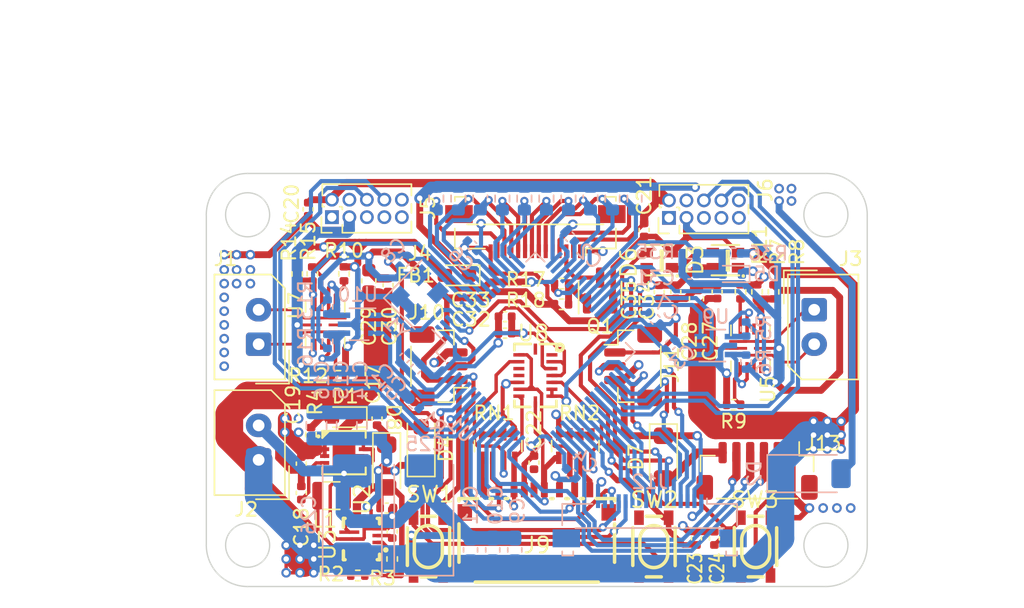
<source format=kicad_pcb>
(kicad_pcb (version 20221018) (generator pcbnew)
  (layers (0 "F.Cu" signal) (1 "In1.Cu" power) (2 "In2.Cu" power) (31 "B.Cu" signal) (34 "B.Paste" user) (35 "F.Paste" user) (36 "B.SilkS" user "B.Silkscreen") (37 "F.SilkS" user "F.Silkscreen") (38 "B.Mask" user) (39 "F.Mask" user) (44 "Edge.Cuts" user))
  (net 0 "")
  (net 1 "+3V3")
  (net 2 "GND")
  (net 3 "VDDA")
  (net 4 "Net-(U1-VCAP_1)")
  (net 5 "Net-(J13-Pin_2)")
  (net 6 "+BATT")
  (net 7 "Net-(U2-VAUX)")
  (net 8 "+5V")
  (net 9 "Net-(U3-SS)")
  (net 10 "Button2")
  (net 11 "Button1")
  (net 12 "BATTM")
  (net 13 "Net-(D1-A)")
  (net 14 "Net-(J1-Pin_1)")
  (net 15 "Net-(J1-Pin_2)")
  (net 16 "Net-(J3-Pin_1)")
  (net 17 "Net-(J3-Pin_2)")
  (net 18 "SWDIO")
  (net 19 "SWCLK")
  (net 20 "SWO")
  (net 26 "Net-(D3-DIN)")
  (net 33 "TIM2_CH2")
  (net 36 "SPI3_MISO")
  (net 37 "SPI3_MOSI")
  (net 38 "SPI3_SCK")
  (net 39 "PB7")
  (net 40 "Net-(J4-Pin_3)")
  (net 41 "ADC_IN7")
  (net 42 "ADC_IN11")
  (net 43 "ADC_IN12")
  (net 44 "ADC_IN13")
  (net 45 "ADC_IN0")
  (net 46 "ADC_IN1")
  (net 47 "ADC_IN2")
  (net 48 "ADC_IN3")
  (net 49 "ADC_IN4")
  (net 50 "ADC_IN5")
  (net 51 "RGBLED")
  (net 52 "Net-(J9-DAT2)")
  (net 53 "CS_MSD")
  (net 54 "Net-(J9-DAT1)")
  (net 55 "Sidemarker_L")
  (net 56 "Sidemarker_R")
  (net 57 "PC9")
  (net 58 "PC8")
  (net 59 "PB6")
  (net 60 "PB15")
  (net 61 "PB14")
  (net 62 "PB13")
  (net 63 "CS_IMU_CSB1")
  (net 64 "PB1")
  (net 65 "PB0")
  (net 66 "Net-(U2-L2)")
  (net 67 "Net-(U2-L1)")
  (net 68 "Net-(Q1-G)")
  (net 69 "Net-(U1-BOOT0)")
  (net 70 "Net-(U2-EN)")
  (net 71 "Net-(U2-PG)")
  (net 72 "Net-(U5-IN1)")
  (net 73 "Net-(U5-IN2)")
  (net 74 "MOTOR_CM2")
  (net 75 "Net-(U5-EN2)")
  (net 76 "MOTOR_CM1")
  (net 77 "Net-(U7-EN2)")
  (net 78 "TIM3_CH1")
  (net 79 "Net-(U1-PH0)")
  (net 81 "TIM2_CH3")
  (net 82 "MOTOR_DIR2")
  (net 83 "MOTOR_DIR1")
  (net 86 "CS_IMU_CSB2")
  (net 91 "TIM3_CH2")
  (net 92 "PB8")
  (net 93 "TIM8_CH1")
  (net 94 "TIM8_CH2")
  (net 95 "PA9")
  (net 96 "PA8")
  (net 97 "TIM13_CH1")
  (net 98 "Net-(U5-EN1)")
  (net 99 "Net-(U7-EN1)")
  (net 100 "Net-(U10-Y1)")
  (net 101 "Net-(U10-Y0)")
  (net 102 "U5V")
  (net 103 "Net-(D8-A)")
  (footprint "Capacitor_SMD:C_0402_1005Metric" (layer "F.Cu") (at 152.6 89.4 90)
    (fp_text reference "C17")
    (fp_text value "4.7uF" hide)
  )
  (footprint "Capacitor_SMD:C_0402_1005Metric" (layer "F.Cu") (at 161.9 82 180)
    (fp_text reference "C33")
    (fp_text value "0.1uF")
  )
  (footprint "Resistor_SMD:R_0402_1005Metric" (layer "F.Cu") (at 147.8 90.565 90)
    (fp_text reference "R4")
    (fp_text value "120" hide)
  )
  (footprint "robot_contest:SKRPABE010" (layer "F.Cu") (at 156.325 98.7 90)
    (fp_text reference "SW1")
    (fp_text value "RST_SW" hide)
  )
  (footprint "Capacitor_SMD:C_0603_1608Metric" (layer "F.Cu") (at 175.8 80.7 90)
    (fp_text reference "C28")
    (fp_text value "10uF")
  )
  (footprint "Resistor_SMD:R_0402_1005Metric" (layer "F.Cu") (at 179 80.2 -90)
    (fp_text reference "R11")
    (fp_text value "10k")
  )
  (footprint "Diode_SMD:D_SOD-123F" (layer "F.Cu") (at 155.8 91.4 90)
    (fp_text reference "D4")
    (fp_text value "6V")
  )
  (footprint "Resistor_SMD:R_0402_1005Metric" (layer "F.Cu") (at 180.2 80.2 -90)
    (fp_text reference "R7")
    (fp_text value "2.7k")
  )
  (footprint "robot_contest:BMI088" (layer "F.Cu") (at 164.099167 86.272167 180)
    (fp_text reference "U8")
    (fp_text value "~" hide)
  )
  (footprint "LED_SMD:LED_0603_1608Metric_Pad1.05x0.95mm_HandSolder" (layer "F.Cu") (at 150.2 89.3 180)
    (fp_text reference "D1")
    (fp_text value "Red" hide)
  )
  (footprint "Resistor_SMD:R_0402_1005Metric" (layer "F.Cu") (at 151.2 100.8)
    (fp_text reference "R2")
    (fp_text value "10k" hide)
  )
  (footprint "Resistor_SMD:R_0402_1005Metric" (layer "F.Cu") (at 146.8 78.9 -90)
    (fp_text reference "R14")
    (fp_text value "2.7k" hide)
  )
  (footprint "Capacitor_SMD:C_0402_1005Metric" (layer "F.Cu") (at 147.1 94.8 90)
    (fp_text reference "C18")
    (fp_text value "1nF" hide)
  )
  (footprint "robot_contest:MP6551GQB-P" (layer "F.Cu") (at 148.833042 82.6 180)
    (fp_text reference "U7")
    (fp_text value "~" hide)
  )
  (footprint "Connector_Molex:Molex_SPOX_5267-02A_1x02_P2.50mm_Vertical" (layer "F.Cu") (at 184.35 81.5 -90)
    (fp_text reference "J3")
    (fp_text value "MOTOR1")
  )
  (footprint "Capacitor_SMD:C_0603_1608Metric" (layer "F.Cu") (at 152 79.4 90)
    (fp_text reference "C29")
    (fp_text value "10uF" hide)
  )
  (footprint "robot_contest:MP6551GQB-P" (layer "F.Cu") (at 179.725249 84.3)
    (fp_text reference "U5")
    (fp_text value "~" hide)
  )
  (footprint "Capacitor_SMD:C_0402_1005Metric" (layer "F.Cu") (at 161.9 83.2 180)
    (fp_text reference "C32")
    (fp_text value "0.1uF")
  )
  (footprint "Capacitor_SMD:C_0402_1005Metric" (layer "F.Cu") (at 173.1 80.2 90)
    (fp_text reference "C35")
    (fp_text value "0.1uF")
  )
  (footprint "robot_contest:D_SOD-123W" (layer "F.Cu") (at 173.4 92.2 -90)
    (fp_text reference "D7")
    (fp_text value "PMEG10020AELRX")
  )
  (footprint "robot_contest:FTSH-105-01-F-D-K" (layer "F.Cu") (at 149.32 74.775 90)
    (fp_text reference "J5")
    (fp_text value "Encoder1")
  )
  (footprint "robot_contest:D_SOD-123W" (layer "F.Cu") (at 153.3 92.85 -90)
    (fp_text reference "D8")
    (fp_text value "PNE20020ERX")
  )
  (footprint "Resistor_SMD:R_Array_Concave_4x0603" (layer "F.Cu") (at 161.4 91.4 90)
    (fp_text reference "RN1")
    (fp_text value "51k")
  )
  (footprint "Capacitor_SMD:C_0402_1005Metric" (layer "F.Cu") (at 177.1 98.1 -90)
    (fp_text reference "C24")
    (fp_text value "0.1uF")
  )
  (footprint "Resistor_SMD:R_0402_1005Metric" (layer "F.Cu") (at 149.8 86.3 180)
    (fp_text reference "R12")
    (fp_text value "10k")
  )
  (footprint "Resistor_SMD:R_0402_1005Metric" (layer "F.Cu") (at 150.2 78.89 -90)
    (fp_text reference "R10")
    (fp_text value "10k")
  )
  (footprint "robot_contest:DFN-8_L3.0-W3.0-P0.50-BL-EP" (layer "F.Cu") (at 150.2 91.875 -90)
    (fp_text reference "U3")
    (fp_text value "ADM7172" hide)
  )
  (footprint "Resistor_SMD:R_0402_1005Metric" (layer "F.Cu") (at 153.7 99.6 90)
    (fp_text reference "R3")
    (fp_text value "100k" hide)
  )
  (footprint "robot_contest:DFE252012P" (layer "F.Cu") (at 149.3 95 180)
    (fp_text reference "L1")
    (fp_text value "1,5uH")
  )
  (footprint "Capacitor_SMD:C_0402_1005Metric" (layer "F.Cu") (at 153.4 79.7 90)
    (fp_text reference "C30")
    (fp_text value "0.1uF" hide)
  )
  (footprint "robot_contest:WS2812C-2020" (layer "F.Cu") (at 177.9 77.9 180)
    (fp_text reference "D3")
    (fp_text value "WS2812B" hide)
  )
  (footprint "Diode_SMD:D_0603_1608Metric_Pad1.05x0.95mm_HandSolder" (layer "F.Cu") (at 158.4 79 180)
    (fp_text reference "FB1")
    (fp_text value "BLM18PG331SN1D" hide)
  )
  (footprint "robot_contest:SKRPABE010" (layer "F.Cu") (at 172.7 98.7 90)
    (fp_text reference "SW2")
    (fp_text value "USER_SW2" hide)
  )
  (footprint "robot_contest:Molex_FFC_1x14_P0.50mm_Horizontal" (layer "F.Cu") (at 164.099167 75.95 180)
    (fp_text reference "J4")
    (fp_text value "FFC05011-14SBB124W5M")
  )
  (footprint "Resistor_SMD:R_0402_1005Metric" (layer "F.Cu") (at 147.9 78.9 90)
    (fp_text reference "R15")
    (fp_text value "2.7k" hide)
  )
  (footprint "Capacitor_SMD:C_0402_1005Metric" (layer "F.Cu") (at 172 75.7 -90)
    (fp_text reference "C21")
    (fp_text value "0.1uF")
  )
  (footprint "robot_contest:Texas_TPS63070RNMR_EP2.6x3.1mm" (layer "F.Cu") (at 151.6 98.15 90)
    (fp_text reference "U2")
    (fp_text value "TPS63070" hide)
  )
  (footprint "Resistor_SMD:R_0402_1005Metric" (layer "F.Cu") (at 181.4 80.2 90)
    (fp_text reference "R8")
    (fp_text value "2.7k")
  )
  (footprint "robot_contest:SKRPABE010" (layer "F.Cu") (at 180.1 98.7 -90)
    (fp_text reference "SW3")
    (fp_text value "USER_SW1" hide)
  )
  (footprint "robot_contest:WS2812C-2020" (layer "F.Cu") (at 173.1 77.9 180)
    (fp_text reference "D6")
    (fp_text value "WS2812B" hide)
  )
  (footprint "Capacitor_SMD:C_0402_1005Metric" (layer "F.Cu") (at 147.6 74.2 -90)
    (fp_text reference "C20")
    (fp_text value "0.1uF" hide)
  )
  (footprint "Connector_Molex:Molex_SPOX_5267-02A_1x02_P2.50mm_Vertical" (layer "F.Cu") (at 144 84 90)
    (fp_text reference "J1")
    (fp_text value "MOTOR1")
  )
  (footprint "Connector_Molex:Molex_SPOX_5267-02A_1x02_P2.50mm_Vertical" (layer "F.Cu") (at 144 92.4 90)
    (fp_text reference "J2")
    (fp_text value "BATT" hide)
  )
  (footprint "Capacitor_SMD:C_0402_1005Metric" (layer "F.Cu") (at 175.8 98.1 -90)
    (fp_text reference "C23")
    (fp_text value "0.1uF")
  )
  (footprint "Capacitor_SMD:C_0402_1005Metric" (layer "F.Cu") (at 153.3 95.9)
    (fp_text reference "C13" hide)
    (fp_text value "10uF" hide)
  )
  (footprint "Capacitor_SMD:C_0402_1005Metric" (layer "F.Cu") (at 153.7 97.6 90)
    (fp_text reference "C12" hide)
    (fp_text value "0.1uF" hide)
  )
  (footprint "Capacitor_SMD:C_0402_1005Metric" (layer "F.Cu") (at 147.1 92.675 -90)
    (fp_text reference "C19")
    (fp_text value "4.7uF" hide)
  )
  (footprint "Connector_JST:JST_SH_BM06B-SRSS-TB_1x06-1MP_P1.00mm_Vertical" (layer "F.Cu") (at 180.2 93.2 180)
    (fp_text reference "J13")
    (fp_text value "ST-Link")
  )
  (footprint "Connector_JST:JST_SH_BM03B-SRSS-TB_1x03-1MP_P1.00mm_Vertical" (layer "F.Cu") (at 157.075 85.6 90)
    (fp_text reference "J10")
    (fp_text value "Sidemarker_L" hide)
  )
  (footprint "Connector_JST:JST_SH_BM03B-SRSS-TB_1x03-1MP_P1.00mm_Vertical" (layer "F.Cu") (at 171.2 85.6 -90)
    (fp_text reference "J11")
    (fp_text value "Sidemarker_R")
  )
  (footprint "Resistor_SMD:R_Array_Concave_4x0603" (layer "F.Cu") (at 167 91.4 90)
    (fp_text reference "RN2")
    (fp_text value "51k")
  )
  (footprint "Resistor_SMD:R_0402_1005Metric" (layer "F.Cu") (at 166 81.1)
    (fp_text reference "R18")
    (fp_text value "47k")
  )
  (footprint "Resistor_SMD:R_0402_1005Metric" (layer "F.Cu") (at 178.5 88.4)
    (fp_text reference "R9")
    (fp_text value "10k")
  )
  (footprint "robot_contest:FTSH-105-01-F-D-K" (layer "F.Cu") (at 173.8 74.825 90)
    (fp_text reference "J6")
    (fp_text value "Encoder1")
  )
  (footprint "Capacitor_SMD:C_0402_1005Metric" (layer "F.Cu") (at 164 92.6 -90)
    (fp_text reference "C22")
    (fp_text value "1uF")
  )
  (footprint "Capacitor_SMD:C_0402_1005Metric" (layer "F.Cu") (at 177.3 80.2 90)
    (fp_text reference "C27")
    (fp_text value "0.1uF")
  )
  (footprint "robot_contest:TF-SMD_TF-06A" (layer "F.Cu") (at 164.2 97.6225)
    (fp_text reference "J9")
    (fp_text value "Micro_SD_Card" hide)
  )
  (footprint "Resistor_SMD:R_0402_1005Metric" (layer "F.Cu") (at 166 79.6)
    (fp_text reference "R17")
    (fp_text value "470")
  )
  (footprint "Capacitor_SMD:C_0402_1005Metric" (layer "F.Cu") (at 174.3 80.2 90)
    (fp_text reference "C34")
    (fp_text value "0.1uF")
  )
  (footprint "Package_TO_SOT_SMD:SOT-23" (layer "F.Cu") (at 168.8 80.1 90)
    (fp_text reference "Q1")
    (fp_text value "AO3400A")
  )
  (footprint "Resistor_SMD:R_0402_1005Metric" (layer "B.Cu") (at 178.5 77.4)
    (fp_text reference "R36")
    (fp_text value "2.4k" hide)
  )
  (footprint "Package_TO_SOT_SMD:Texas_R-PDSO-G6" (layer "B.Cu") (at 177.2 84.1)
    (fp_text reference "U9")
    (fp_text value "SN74LVC1G18DCKR")
  )
  (footprint "Resistor_SMD:R_0603_1608Metric" (layer "B.Cu") (at 171.3 73.425 90)
    (fp_text reference "R28" hide)
    (fp_text value "R")
  )
  (footprint "Capacitor_SMD:C_0402_1005Metric" (layer "B.Cu") (at 173.9 84.05 45)
    (fp_text reference "C3")
    (fp_text value "0.1uF")
  )
  (footprint "Capacitor_SMD:C_0603_1608Metric_Pad1.08x0.95mm_HandSolder" (layer "B.Cu") (at 162.6 98.9375 90)
    (fp_text reference "C9")
    (fp_text value "10uF")
  )
  (footprint "Resistor_SMD:R_0402_1005Metric" (layer "B.Cu") (at 155.3 88.3 -45)
    (fp_text reference "R1")
    (fp_text value "10k")
  )
  (footprint "Capacitor_SMD:C_0402_1005Metric" (layer "B.Cu") (at 154.6 85 -135)
    (fp_text reference "C1")
    (fp_text value "1uF")
  )
  (footprint "Crystal:Crystal_SMD_EuroQuartz_MT-4Pin_3.2x2.5mm" (layer "B.Cu") (at 155.6 80.4 45)
    (fp_text reference "Y1")
    (fp_text value "~" hide)
  )
  (footprint "Capacitor_SMD:C_0402_1005Metric" (layer "B.Cu") (at 159.5 76.85 135)
    (fp_text reference "C6")
    (fp_text value "0.1uF")
  )
  (footprint "Resistor_SMD:R_0603_1608Metric" (layer "B.Cu") (at 168.1 73.425 90)
    (fp_text reference "R26" hide)
    (fp_text value "R")
  )
  (footprint "Capacitor_SMD:C_0402_1005Metric" (layer "B.Cu") (at 155.4 85.8 -135)
    (fp_text reference "C5")
    (fp_text value "0.1uF")
  )
  (footprint "Resistor_SMD:R_0603_1608Metric" (layer "B.Cu") (at 158.5 73.425 90)
    (fp_text reference "R20" hide)
    (fp_text value "R")
  )
  (footprint "Resistor_SMD:R_0402_1005Metric" (layer "B.Cu") (at 175.3 77.4)
    (fp_text reference "R35")
    (fp_text value "620" hide)
  )
  (footprint "Resistor_SMD:R_0603_1608Metric" (layer "B.Cu") (at 156.9 73.425 90)
    (fp_text reference "R19" hide)
    (fp_text value "R")
  )
  (footprint "Resistor_SMD:R_0603_1608Metric" (layer "B.Cu") (at 169.7 73.425 90)
    (fp_text reference "R27" hide)
    (fp_text value "R")
  )
  (footprint "Resistor_SMD:R_0402_1005Metric" (layer "B.Cu") (at 149 81.29 90)
    (fp_text reference "R13")
    (fp_text value "10k" hide)
  )
  (footprint "Diode_SMD:D_SOD-523" (layer "B.Cu") (at 178.4 78.9 180)
    (fp_text reference "D5")
    (fp_text value "BAT30KFILM" hide)
  )
  (footprint "Capacitor_SMD:C_0603_1608Metric_Pad1.08x0.95mm_HandSolder" (layer "B.Cu") (at 159.39 98.9375 90)
    (fp_text reference "C11")
    (fp_text value "10uF")
  )
  (footprint "Resistor_SMD:R_0603_1608Metric" (layer "B.Cu") (at 161.7 73.425 90)
    (fp_text reference "R22" hide)
    (fp_text value "R")
  )
  (footprint "Capacitor_SMD:C_0805_2012Metric" (layer "B.Cu") (at 150.4 89.9 90)
    (fp_text reference "C15")
    (fp_text value "22uF")
  )
  (footprint "Capacitor_SMD:C_0402_1005Metric" (layer "B.Cu") (at 154.6 78 -135)
    (fp_text reference "C8")
    (fp_text value "0.1uF")
  )
  (footprint "robot_contest:CP_EIA-7343-15_Kemet-W" (layer "B.Cu") (at 156 96.4 90)
    (fp_text reference "C25")
    (fp_text value "100uF")
  )
  (footprint "Capacitor_SMD:C_0805_2012Metric" (layer "B.Cu") (at 152.6 89.9 90)
    (fp_text reference "C14")
    (fp_text value "22uF")
  )
  (footprint "Capacitor_SMD:C_0603_1608Metric_Pad1.08x0.95mm_HandSolder" (layer "B.Cu") (at 161 98.9375 90)
    (fp_text reference "C10")
    (fp_text value "10uF")
  )
  (footprint "Capacitor_SMD:C_0402_1005Metric_Pad0.74x0.62mm_HandSolder" (layer "B.Cu") (at 172.8 82.2 135)
    (fp_text reference "C7")
    (fp_text value "2.2uF")
  )
  (footprint "Resistor_SMD:R_0603_1608Metric" (layer "B.Cu") (at 166.5 73.425 90)
    (fp_text reference "R25" hide)
    (fp_text value "R")
  )
  (footprint "Capacitor_SMD:C_0402_1005Metric" (layer "B.Cu") (at 166.6 76.2 135)
    (fp_text reference "C2")
    (fp_text value "0.1uF")
  )
  (footprint "Capacitor_SMD:C_0805_2012Metric" (layer "B.Cu") (at 148.2 89.9 90)
    (fp_text reference "C16")
    (fp_text value "22uF")
  )
  (footprint "Capacitor_SMD:C_0402_1005Metric" (layer "B.Cu") (at 166.7 93.4 -45)
    (fp_text reference "C4")
    (fp_text value "0.1uF")
  )
  (footprint "robot_contest:CP_EIA-7343-15_Kemet-W" (layer "B.Cu") (at 150.8 96.4 90)
    (fp_text reference "C26")
    (fp_text value "100uF")
  )
  (footprint "Package_TO_SOT_SMD:Texas_R-PDSO-G6" (layer "B.Cu") (at 151.3 82.55 180)
    (fp_text reference "U10")
    (fp_text value "SN74LVC1G18DCKR")
  )
  (footprint "Resistor_SMD:R_0603_1608Metric" (layer "B.Cu") (at 163.3 73.425 90)
    (fp_text reference "R23" hide)
    (fp_text value "R")
  )
  (footprint "robot_contest:Molex_FFC_1x16_P0.50mm_Horizontal" (layer "B.Cu") (at 172.4 96.7 180)
    (fp_text reference "J12")
    (fp_text value "GPIO")
  )
  (footprint "Capacitor_SMD:C_0402_1005Metric" (layer "B.Cu") (at 175.3 78.9)
    (fp_text reference "C31")
    (fp_text value "0.1uF" hide)
  )
  (footprint "Resistor_SMD:R_0402_1005Metric" (layer "B.Cu") (at 179.4 82.9 -90)
    (fp_text reference "R5")
    (fp_text value "10k")
  )
  (footprint "Resistor_SMD:R_0603_1608Metric" (layer "B.Cu") (at 164.9 73.425 90)
    (fp_text reference "R24" hide)
    (fp_text value "R")
  )
  (footprint "Resistor_SMD:R_0603_1608Metric" (layer "B.Cu") (at 160.1 73.425 90)
    (fp_text reference "R21" hide)
    (fp_text value "R")
  )
  (footprint "Resistor_SMD:R_0402_1005Metric" (layer "B.Cu") (at 149 83.8 90)
    (fp_text reference "R16")
    (fp_text value "10k" hide)
  )
  (footprint "Package_QFP:LQFP-64_10x10mm_P0.5mm" (layer "B.Cu") (at 164.099167 84.561181 -45)
    (fp_text reference "U1")
    (fp_text value "STM32F446RETx" hide)
  )
  (footprint "Diode_SMD:D_SOD-128" (layer "B.Cu") (at 184.1 93.4)
    (fp_text reference "D2")
    (fp_text value "14V")
  )
  (footprint "Resistor_SMD:R_0402_1005Metric" (layer "B.Cu") (at 179.4 85.3 -90)
    (fp_text reference "R6")
    (fp_text value "10k")
  )
  (gr_circle (center 185.2 98.6) (end 186.8 98.6) (stroke (width 0.1)) (fill none) (layer "Edge.Cuts"))
  (gr_arc (start 143.2 101.6) (mid 141.07868 100.72132) (end 140.2 98.6) (stroke (width 0.1)) (layer "Edge.Cuts"))
  (gr_line (start 185.2 71.6) (end 143.2 71.6) (stroke (width 0.1)) (layer "Edge.Cuts"))
  (gr_line (start 188.2 98.6) (end 188.2 74.6) (stroke (width 0.1)) (layer "Edge.Cuts"))
  (gr_line (start 143.2 101.6) (end 185.2 101.6) (stroke (width 0.1)) (layer "Edge.Cuts"))
  (gr_circle (center 143.198334 74.6) (end 144.798334 74.6) (stroke (width 0.1)) (fill none) (layer "Edge.Cuts"))
  (gr_circle (center 143.2 98.6) (end 144.8 98.6) (stroke (width 0.1)) (fill none) (layer "Edge.Cuts"))
  (gr_arc (start 188.2 98.6) (mid 187.32132 100.72132) (end 185.2 101.6) (stroke (width 0.1)) (layer "Edge.Cuts"))
  (gr_arc (start 185.2 71.598334) (mid 187.322498 72.477502) (end 188.201666 74.6) (stroke (width 0.1)) (layer "Edge.Cuts"))
  (gr_arc (start 140.198334 74.6) (mid 141.077014 72.47868) (end 143.198334 71.6) (stroke (width 0.1)) (layer "Edge.Cuts"))
  (gr_line (start 140.2 74.6) (end 140.2 98.6) (stroke (width 0.1)) (layer "Edge.Cuts"))
  (gr_circle (center 185.198334 74.6) (end 186.798334 74.6) (stroke (width 0.1)) (fill none) (layer "Edge.Cuts"))
  (segment (start 180.715978 79.126707) (end 180.2 79.642685) (width 0.5) (layer "F.Cu") (net 1))
  (segment (start 149.079386 76.6) (end 150.6 76.6) (width 0.5) (layer "F.Cu") (net 1))
  (segment (start 163.7995 91.4) (end 164 91.6005) (width 0.5) (layer "F.Cu") (net 1))
  (segment (start 163.886325 92.12) (end 163.29 92.716325) (width 0.4) (layer "F.Cu") (net 1))
  (segment (start 157.525 79) (end 157.525 78.825) (width 0.5) (layer "F.Cu") (net 1))
  (segment (start 151.3 76.6) (end 151 76.6) (width 0.5) (layer "F.Cu") (net 1))
  (segment (start 151.20189 76.69811) (end 151.3 76.6) (width 0.5) (layer "F.Cu") (net 1))
  (segment (start 162.066019 86.774167) (end 162.899167 86.774167) (width 0.25) (layer "F.Cu") (net 1))
  (segment (start 164 92.12) (end 163.886325 92.12) (width 0.4) (layer "F.Cu") (net 1))
  (segment (start 148.793 91.625) (end 148.1605 91.625) (width 0.3) (layer "F.Cu") (net 1))
  (segment (start 147.1 92.195) (end 147.5905 92.195) (width 0.3) (layer "F.Cu") (net 1))
  (segment (start 157.525 78.825) (end 155.3 76.6) (width 0.5) (layer "F.Cu") (net 1))
  (segment (start 179 79.69) (end 180.2 79.69) (width 0.5) (layer "F.Cu") (net 1))
  (segment (start 164 83.2) (end 163.2 83.2) (width 0.25) (layer "F.Cu") (net 1))
  (segment (start 165.6 89.1) (end 165.8 89.3) (width 0.4) (layer "F.Cu") (net 1))
  (segment (start 147.8405 92.125) (end 147.2805 92.125) (width 0.3) (layer "F.Cu") (net 1))
  (segment (start 160.365812 79.925) (end 158.45 79.925) (width 0.5) (layer "F.Cu") (net 1))
  (segment (start 158.45 79.925) (end 157.525 79) (width 0.5) (layer "F.Cu") (net 1))
  (segment (start 151.8 76.6) (end 151.3 76.6) (width 0.5) (layer "F.Cu") (net 1))
  (segment (start 150.31 84.322988) (end 150.31 86.3) (width 0.5) (layer "F.Cu") (net 1))
  (segment (start 148.1605 91.625) (end 147.125 91.625) (width 1) (layer "F.Cu") (net 1))
  (segment (start 161.725 87.115186) (end 161.966933 86.873253) (width 0.3) (layer "F.Cu") (net 1))
  (segment (start 147.8 91.075) (end 147.8 91.2645) (width 0.3) (layer "F.Cu") (net 1))
  (segment (start 151.20189 78.149598) (end 151.20189 77) (width 0.5) (layer "F.Cu") (net 1))
  (segment (start 164.6 83.8) (end 164 83.2) (width 0.25) (layer "F.Cu") (net 1))
  (segment (start 155.3 76.6) (end 151.8 76.6) (width 0.5) (layer "F.Cu") (net 1))
  (segment (start 150.477273 84.155715) (end 150.31 84.322988) (width 0.5) (layer "F.Cu") (net 1))
  (segment (start 163.2 83.2) (end 162.38 83.2) (width 0.5) (layer "F.Cu") (net 1))
  (segment (start 147.8 91.2645) (end 148.1605 91.625) (width 0.3) (layer "F.Cu") (net 1))
  (segment (start 161.725 89.125) (end 161.725 87.115186) (width 0.3) (layer "F.Cu") (net 1))
  (segment (start 147.9105 92.195) (end 147.8405 92.125) (width 0.3) (layer "F.Cu") (net 1))
  (segment (start 165.8 90.55) (end 168.1 90.55) (width 0.4) (layer "F.Cu") (net 1))
  (segment (start 161.966933 86.873253) (end 162.066019 86.774167) (width 0.25) (layer "F.Cu") (net 1))
  (segment (start 147.125 91.625) (end 145.9 90.4) (width 1) (layer "F.Cu") (net 1))
  (segment (start 151.4 77) (end 151.8 76.6) (width 0.5) (layer "F.Cu") (net 1))
  (segment (start 163.29 92.716325) (end 163.29 94.5675) (width 0.4) (layer "F.Cu") (net 1))
  (segment (start 164.824167 85.774167) (end 164.6 85.55) (width 0.25) (layer "F.Cu") (net 1))
  (segment (start 164.6 85.55) (end 164.6 83.8) (width 0.25) (layer "F.Cu") (net 1))
  (segment (start 147.9105 92.195) (end 148.2305 91.875) (width 0.3) (layer "F.Cu") (net 1))
  (segment (start 160.809787 79.481025) (end 160.365812 79.925) (width 0.5) (layer "F.Cu") (net 1))
  (segment (start 150.971488 78.38) (end 150.2 78.38) (width 0.5) (layer "F.Cu") (net 1))
  (segment (start 163.8 79.481025) (end 160.809787 79.481025) (width 0.5) (layer "F.Cu") (net 1))
  (segment (start 165.8 89.3) (end 165.8 90.55) (width 0.4) (layer "F.Cu") (net 1))
  (segment (start 147.5905 92.195) (end 148.1605 91.625) (width 0.3) (layer "F.Cu") (net 1))
  (segment (start 165.299167 85.774167) (end 164.824167 85.774167) (width 0.25) (layer "F.Cu") (net 1))
  (segment (start 148.739693 76.939693) (end 149.079386 76.6) (width 0.5) (layer "F.Cu") (net 1))
  (segment (start 148.739693 76.939693) (end 147.560307 76.939693) (width 0.5) (layer "F.Cu") (net 1))
  (segment (start 162.6 90.55) (end 162.6 90) (width 0.3) (layer "F.Cu") (net 1))
  (segment (start 148.793 91.125) (end 148.793 92.125) (width 0.3) (layer "F.Cu") (net 1))
  (segment (start 162.6 90) (end 161.725 89.125) (width 0.3) (layer "F.Cu") (net 1))
  (segment (start 147.9105 91.075) (end 147.8 91.075) (width 0.3) (layer "F.Cu") (net 1))
  (segment (start 151.20189 77) (end 151.20189 76.69811) (width 0.5) (layer "F.Cu") (net 1))
  (segment (start 151 76.6) (end 150.6 76.6) (width 0.5) (layer "F.Cu") (net 1))
  (segment (start 177.99 86.107742) (end 177.99 88.4) (width 0.5) (layer "F.Cu") (net 1))
  (segment (start 147.1 92.195) (end 147.9105 92.195) (width 0.3) (layer "F.Cu") (net 1))
  (segment (start 150.971488 78.38) (end 151.20189 78.149598) (width 0.5) (layer "F.Cu") (net 1))
  (segment (start 146.8 77.7) (end 146.8 78.39) (width 0.5) (layer "F.Cu") (net 1))
  (segment (start 147.9605 91.125) (end 147.9105 91.075) (width 0.3) (layer "F.Cu") (net 1))
  (segment (start 147.560307 76.939693) (end 146.8 77.7) (width 0.5) (layer "F.Cu") (net 1))
  (segment (start 180.715978 79.1) (end 180.715978 79.126707) (width 0.5) (layer "F.Cu") (net 1))
  (segment (start 150.648959 76.648959) (end 150.6 76.6) (width 0.3) (layer "F.Cu") (net 1))
  (segment (start 164 91.6005) (end 164 92.12) (width 0.5) (layer "F.Cu") (net 1))
  (segment (start 163.29 94.5675) (end 163.3 94.5775) (width 0.4) (layer "F.Cu") (net 1))
  (segment (start 151.20189 77) (end 151 77) (width 0.5) (layer "F.Cu") (net 1))
  (segment (start 151.20189 77) (end 151.4 77) (width 0.5) (layer "F.Cu") (net 1))
  (segment (start 145.9 90.4) (end 145.9 89.4) (width 1) (layer "F.Cu") (net 1))
  (segment (start 147.9105 91.075) (end 148.2105 91.375) (width 0.3) (layer "F.Cu") (net 1))
  (segment (start 162.6 90.55) (end 160.2 90.55) (width 0.4) (layer "F.Cu") (net 1))
  (segment (start 151 77) (end 150.6 76.6) (width 0.5) (layer "F.Cu") (net 1))
  (segment (start 162.38 83.2) (end 162.38 82) (width 0.5) (layer "F.Cu") (net 1))
  (via (at 150.971488 78.38) (size 0.7) (drill 0.4) (layers "F.Cu" "B.Cu") (net 1))
  (via (at 177.99 86.107742) (size 0.7) (drill 0.4) (layers "F.Cu" "B.Cu") (net 1))
  (via (at 146.9 90.4) (size 0.7) (drill 0.4) (layers "F.Cu" "B.Cu") (net 1))
  (via (at 145.9 90.4) (size 0.7) (drill 0.4) (layers "F.Cu" "B.Cu") (net 1))
  (via (at 148.739693 76.939693) (size 0.7) (drill 0.4) (layers "F.Cu" "B.Cu") (net 1))
  (via (at 165.6 89.1) (size 0.7) (drill 0.4) (layers "F.Cu" "B.Cu") (net 1))
  (via (at 163.2 83.2) (size 0.7) (drill 0.4) (layers "F.Cu" "B.Cu") (net 1))
  (via (at 146.9 89.4) (size 0.7) (drill 0.4) (layers "F.Cu" "B.Cu") (net 1))
  (via (at 161.966933 86.873253) (size 0.7) (drill 0.4) (layers "F.Cu" "B.Cu") (net 1))
  (via (at 163.7995 91.4) (size 0.7) (drill 0.4) (layers "F.Cu" "B.Cu") (net 1))
  (via (at 150.477273 84.155715) (size 0.7) (drill 0.4) (layers "F.Cu" "B.Cu") (net 1))
  (via (at 175.5 96.5) (size 0.7) (drill 0.4) (layers "F.Cu" "B.Cu") (net 1))
  (via (at 145.9 89.4) (size 0.7) (drill 0.4) (layers "F.Cu" "B.Cu") (net 1))
  (via (at 180.715978 79.1) (size 0.7) (drill 0.4) (layers "F.Cu" "B.Cu") (net 1))
  (via (at 163.8 79.481025) (size 0.7) (drill 0.4) (layers "F.Cu" "B.Cu") (net 1))
  (segment (start 166.939411 76.539411) (end 166.939411 77.831849) (width 0.3) (layer "B.Cu") (net 1))
  (segment (start 151.20189 83.431098) (end 150.477273 84.155715) (width 0.4) (layer "B.Cu") (net 1))
  (segment (start 155.458579 81.814214) (end 154.185786 80.541421) (width 0.8) (layer "B.Cu") (net 1))
  (segment (start 177.2 85.4) (end 174.571178 85.4) (width 0.4) (layer "B.Cu") (net 1))
  (segment (start 166.2 91.965314) (end 165.460348 91.225662) (width 0.3) (layer "B.Cu") (net 1))
  (segment (start 156.915626 86.3) (end 157.363975 85.851651) (width 0.5) (layer "B.Cu") (net 1))
  (segment (start 177.99 86.107742) (end 177.907742 86.107742) (width 0.4) (layer "B.Cu") (net 1))
  (segment (start 158.257047 84.657047) (end 158.7 85.1) (width 0.3) (layer "B.Cu") (net 1))
  (segment (start 151.20189 82.14622) (end 151.20189 83) (width 0.4) (layer "B.Cu") (net 1))
  (segment (start 157.434686 85.922362) (end 158.257047 85.1) (width 0.3) (layer "B.Cu") (net 1))
  (segment (start 156.578822 86.3) (end 156.915626 86.3) (width 0.5) (layer "B.Cu") (net 1))
  (segment (start 158.7 85.1) (end 159.239339 85.1) (width 0.3) (layer "B.Cu") (net 1))
  (segment (start 164.934686 90.7) (end 165.460348 91.225662) (width 0.3) (layer "B.Cu") (net 1))
  (segment (start 158.257047 85.1) (end 158.7 85.1) (width 0.3) (layer "B.Cu") (net 1))
  (segment (start 151.20189 82.95378) (end 151.20189 83) (width 0.4) (layer "B.Cu") (net 1))
  (segment (start 171.761306 82.726992) (end 173.423725 84.389411) (width 0.3) (layer "B.Cu") (net 1))
  (segment (start 151.643311 80.541421) (end 151.643311 80.558579) (width 0.4) (layer "B.Cu") (net 1))
  (segment (start 164.5 90.7) (end 164.934686 90.7) (width 0.3) (layer "B.Cu") (net 1))
  (segment (start 151.20189 82.14622) (end 151.20189 81) (width 0.4) (layer "B.Cu") (net 1))
  (segment (start 177.55 85.75) (end 177.2 85.4) (width 0.4) (layer "B.Cu") (net 1))
  (segment (start 150.79811 82.55) (end 151.20189 82.14622) (width 0.4) (layer "B.Cu") (net 1))
  (segment (start 154.185786 80.541421) (end 151.643311 80.541421) (width 0.4) (layer "B.Cu") (net 1))
  (segment (start 158.257047 84.6) (end 158.257047 84.657047) (width 0.3) (layer "B.Cu") (net 1))
  (segment (start 177.907742 86.107742) (end 177.55 85.75) (width 0.4) (layer "B.Cu") (net 1))
  (segment (start 158.257047 84.6) (end 158.257047 85.1) (width 0.3) (layer "B.Cu") (net 1))
  (segment (start 178.3 84.1) (end 177.85 84.1) (width 0.4) (layer "B.Cu") (net 1))
  (segment (start 150.2 82.55) (end 150.79811 82.55) (width 0.4) (layer "B.Cu") (net 1))
  (segment (start 177.85 84.1) (end 177.55 84.4) (width 0.4) (layer "B.Cu") (net 1))
  (segment (start 170.763648 83.2) (end 171.236656 82.726992) (width 0.3) (layer "B.Cu") (net 1))
  (segment (start 158.257047 84.022361) (end 158.257047 84.6) (width 0.3) (layer "B.Cu") (net 1))
  (segment (start 154.939411 84.660589) (end 155.739411 85.460589) (width 0.5) (layer "B.Cu") (net 1))
  (segment (start 175.7 96.5) (end 176.15 96.05) (width 0.3) (layer "B.Cu") (net 1))
  (segment (start 151.20189 80.1) (end 151.20189 78.610402) (width 0.4) (layer "B.Cu") (net 1))
  (segment (start 166.2 92.9) (end 166.2 91.965314) (width 0.3) (layer "B.Cu") (net 1))
  (segment (start 151.643311 80.541421) (end 151.20189 80.1) (width 0.4) (layer "B.Cu") (net 1))
  (segment (start 151.20189 81) (end 151.20189 80.1) (width 0.4) (layer "B.Cu") (net 1))
  (segment (start 177.55 85.05) (end 177.55 85.75) (width 0.4) (layer "B.Cu") (net 1))
  (segment (start 166.360589 93.060589) (end 166.2 92.9) (width 0.3) (layer "B.Cu") (net 1))
  (segment (start 166.939411 77.831849) (end 166.167454 78.603806) (width 0.3) (layer "B.Cu") (net 1))
  (segment (start 163.8 79.481025) (end 165.290235 79.481025) (width 0.3) (layer "B.Cu") (net 1))
  (segment (start 163.8 91.4) (end 164.5 90.7) (width 0.3) (layer "B.Cu") (net 1))
  (segment (start 163.7995 91.4) (end 163.8 91.4) (width 0.3) (layer "B.Cu") (net 1))
  (segment (start 161.139339 83.2) (end 163.2 83.2) (width 0.3) (layer "B.Cu") (net 1))
  (segment (start 176.15 96.05) (end 176.15 95.4) (width 0.3) (layer "B.Cu") (net 1))
  (segment (start 157.434686 83.2) (end 158.257047 84.022361) (width 0.3) (layer "B.Cu") (net 1))
  (segment (start 159.239339 85.1) (end 161.139339 83.2) (width 0.3) (layer "B.Cu") (net 1))
  (segment (start 151.20189 83) (end 151.20189 83.431098) (width 0.4) (layer "B.Cu") (net 1))
  (segment (start 150.79811 82.55) (end 151.20189 82.95378) (width 0.4) (layer "B.Cu") (net 1))
  (segment (start 151.643311 80.558579) (end 151.20189 81) (width 0.4) (layer "B.Cu") (net 1))
  (segment (start 173.423725 84.389411) (end 173.560589 84.389411) (width 0.3) (layer "B.Cu") (net 1))
  (segment (start 151.20189 78.610402) (end 150.971488 78.38) (width 0.4) (layer "B.Cu") (net 1))
  (segment (start 174.571178 85.4) (end 173.560589 84.389411) (width 0.4) (layer "B.Cu") (net 1))
  (segment (start 177.55 84.4) (end 177.55 85.05) (width 0.4) (layer "B.Cu") (net 1))
  (segment (start 165.290235 79.481025) (end 166.167454 78.603806) (width 0.3) (layer "B.Cu") (net 1))
  (segment (start 155.739411 85.460589) (end 156.578822 86.3) (width 0.5) (layer "B.Cu") (net 1))
  (segment (start 177.55 85.05) (end 177.2 85.4) (width 0.4) (layer "B.Cu") (net 1))
  (segment (start 175.5 96.5) (end 175.7 96.5) (width 0.3) (layer "B.Cu") (net 1))
  (segment (start 171.236656 82.726992) (end 171.761306 82.726992) (width 0.3) (layer "B.Cu") (net 1))
  (segment (start 153.72 88.92) (end 152.6 88.92) (width 0.5) (layer "F.Cu") (net 2))
  (segment (start 175.07 76.295) (end 175.07 74.825) (width 0.5) (layer "F.Cu") (net 2))
  (segment (start 160.549167 77) (end 160.824167 77.275) (width 0.3) (layer "F.Cu") (net 2))
  (segment (start 151.666 97.325) (end 151.741 97.4) (width 0.25) (layer "F.Cu") (net 2))
  (segment (start 162.801396 81.365) (end 161.947391 81.365) (width 0.25) (layer "F.Cu") (net 2))
  (segment (start 172.6 84.6) (end 173.1 84.6) (width 0.3) (layer "F.Cu") (net 2))
  (segment (start 152.616 97.4) (end 153.4 97.4) (width 0.25) (layer "F.Cu") (net 2))
  (segment (start 166.2 86.048334) (end 166.2 85.5) (width 0.25) (layer "F.Cu") (net 2))
  (segment (start 147.9 78.39) (end 148.31 78.39) (width 0.5) (layer "F.Cu") (net 2))
  (segment (start 172.845 76.18) (end 174.015 77.35) (width 0.4) (layer "F.Cu") (net 2))
  (segment (start 147.6 74.68) (end 147.6 74.955) (width 0.5) (layer "F.Cu") (net 2))
  (segment (start 165.49 81.227315) (end 166.562685 82.3) (width 0.5) (layer "F.Cu") (net 2))
  (segment (start 165.85 94.5775) (end 165.749167 94.5775) (width 0.3) (layer "F.Cu") (net 2))
  (segment (start 166.2 85.5) (end 166.2 84.5) (width 0.25) (layer "F.Cu") (net 2))
  (segment (start 182.7 95.019239) (end 183.580761 95.9) (width 0.6) (layer "F.Cu") (net 2))
  (segment (start 157.668109 80.640381) (end 160.640381 80.640381) (width 0.5) (layer "F.Cu") (net 2))
  (segment (start 160.849167 77.275) (end 160.849167 78.525) (width 0.3) (layer "F.Cu") (net 2))
  (segment (start 151.075 89.3) (end 150.2 90.175) (width 0.8) (layer "F.Cu") (net 2))
  (segment (start 157.668109 83.444041) (end 157.668109 80.640381) (width 0.4) (layer "F.Cu") (net 2))
  (segment (start 175.045 80.68) (end 175.8 79.925) (width 0.5) (layer "F.Cu") (net 2))
  (segment (start 154.8 90) (end 153.72 88.92) (width 0.5) (layer "F.Cu") (net 2))
  (segment (start 150.2 93.384641) (end 149.634 93.950641) (width 0.25) (layer "F.Cu") (net 2))
  (segment (start 155.8 90) (end 154.8 90) (width 0.5) (layer "F.Cu") (net 2))
  (segment (start 145.45 91.35) (end 145.45 92.25) (width 0.5) (layer "F.Cu") (net 2))
  (segment (start 158.95 77) (end 160.549167 77) (width 0.3) (layer "F.Cu") (net 2))
  (segment (start 185.69 80.09) (end 181.8 80.09) (width 0.5) (layer "F.Cu") (net 2))
  (segment (start 152.6 88.92) (end 152.557035 88.92) (width 0.5) (layer "F.Cu") (net 2))
  (segment (start 146.355 93.155) (end 147.1 93.155) (width 0.5) (layer "F.Cu") (net 2))
  (segment (start 144 89.9) (end 145.45 91.35) (width 0.5) (layer "F.Cu") (net 2))
  (segment (start 165.299167 87.274167) (end 165.125833 87.274167) (width 0.25) (layer "F.Cu") (net 2))
  (segment (start 165.974167 85.274167) (end 165.299167 85.274167) (width 0.25) (layer "F.Cu") (net 2))
  (segment (start 164.97 79.77) (end 164.97 80.58) (width 0.3) (layer "F.Cu") (net 2))
  (segment (start 148.582979 79.072979) (end 148.582979 81.2) (width 0.25) (layer "F.Cu") (net 2))
  (segment (start 182.7 91.875) (end 182.7 95.019239) (width 0.6) (layer "F.Cu") (net 2))
  (segment (start 168.4875 82.3) (end 169.75 81.0375) (width 0.5) (layer "F.Cu") (net 2))
  (segment (start 154.35 100.8) (end 154.35 100.225) (width 0.4) (layer "F.Cu") (net 2))
  (segment (start 151.607 92.125) (end 150.45 92.125) (width 0.3) (layer "F.Cu") (net 2))
  (segment (start 147.1 93.155) (end 147.1 94.32) (width 0.5) (layer "F.Cu") (net 2))
  (segment (start 152.30139 77.3) (end 154.327728 77.3) (width 0.5) (layer "F.Cu") (net 2))
  (segment (start 161.201192 78.877025) (end 164.077025 78.877025) (width 0.3) (layer "F.Cu") (net 2))
  (segment (start 165.173334 87.774167) (end 165.299167 87.774167) (width 0.25) (layer "F.Cu") (net 2))
  (segment (start 153.48 97.12) (end 153.2 97.4) (width 0.25) (layer "F.Cu") (net 2))
  (segment (start 150.2 90.175) (end 150.2 91.875) (width 0.8) (layer "F.Cu") (net 2))
  (segment (start 164.97 80.58) (end 165.49 81.1) (width 0.3) (layer "F.Cu") (net 2))
  (segment (start 161.947391 81.365) (end 161.42 81.892391) (width 0.25) (layer "F.Cu") (net 2))
  (segment (start 155.997224 86.297224) (end 155.997224 85.114926) (width 0.4) (layer "F.Cu") (net 2))
  (segment (start 160.640381 80.640381) (end 161.090762 80.19) (width 0.5) (layer "F.Cu") (net 2))
  (segment (start 181.5125 86.7375) (end 180.5375 86.7375) (width 0.25) (layer "F.Cu") (net 2))
  (segment (start 151.666 96.7) (end 151.666 97.325) (width 0.25) (layer "F.Cu") (net 2))
  (segment (start 174.015 77.35) (end 175.07 76.295) (width 0.5) (layer "F.Cu") (net 2))
  (segment (start 164.077025 78.877025) (end 164.97 79.77) (width 0.3) (layer "F.Cu") (net 2))
  (segment (start 153.4 100.8) (end 154.35 100.8) (width 0.4) (layer "F.Cu") (net 2))
  (segment (start 153.7 95.98) (end 153.78 95.9) (width 0.6) (layer "F.Cu") (net 2))
  (segment (start 153.7 96.5) (end 153.7 95.98) (width 0.6) (layer "F.Cu") (net 2))
  (segment (start 149.549359 93.950641) (end 149.2 94.3) (width 0.25) (layer "F.Cu") (net 2))
  (segment (start 141.5 77.5) (end 143.4 77.5) (width 0.5) (layer "F.Cu") (net 2))
  (segment (start 174.807794 97.18875) (end 175.239044 97.62) (width 0.5) (layer "F.Cu") (net 2))
  (segment (start 149.634 93.950641) (end 149.549359 93.950641) (width 0.25) (layer "F.Cu") (net 2))
  (segment (start 155.1 98.5) (end 156.5 99.9) (width 0.5) (layer "F.Cu") (net 2))
  (segment (start 165.5495 93.563409) (end 165.85 93.863909) (width 0.4) (layer "F.Cu") (net 2))
  (segment (start 149.2 97.7) (end 149.65 98.15) (width 0.25) (layer "F.Cu") (net 2))
  (segment (start 172 76.18) (end 169.75 78.43) (width 0.4) (layer "F.Cu") (net 2))
  (segment (start 186.2 80.6) (end 185.69 80.09) (width 0.5) (layer "F.Cu") (net 2))
  (segment (start 166.35 88.15) (end 165.974167 87.774167) (width 0.25) (layer "F.Cu") (net 2))
  (segment (start 165.299167 86.274167) (end 165.974167 86.274167) (width 0.25) (layer "F.Cu") (net 2))
  (segment (start 165.49 81.1) (end 165.49 81.227315) (width 0.5) (layer "F.Cu") (net 2))
  (segment (start 152.557035 88.92) (end 152.177035 89.3) (width 0.5) (layer "F.Cu") (net 2))
  (segment (start 149.1 77.6) (end 150.2 77.6) (width 0.5) (layer "F.Cu") (net 2))
  (segment (start 149.2 94.3) (end 149.2 97.7) (width 0.25) (layer "F.Cu") (net 2))
  (segment (start 158.4 86.6) (end 156.3 86.6) (width 0.4) (layer "F.Cu") (net 2))
  (segment (start 175.8 97.62) (end 177.1 97.62) (width 0.5) (layer "F.Cu") (net 2))
  (segment (start 155.1 97.9) (end 155.1 98.5) (width 0.5) (layer "F.Cu") (net 2))
  (segment (start 161.42 83.88) (end 161.42 83.2) (width 0.3) (layer "F.Cu") (net 2))
  (segment (start 158.4 86.6) (end 158.542762 86.742762) (width 0.4) (layer "F.Cu") (net 2))
  (segment (start 148.37 75.725) (end 150.347106 75.725) (width 0.5) (layer "F.Cu") (net 2))
  (segment (start 150.347106 75.725) (end 150.59 75.482106) (width 0.5) (layer "F.Cu") (net 2))
  (segment (start 150.2 93.384641) (end 150.2 91.875) (width 0.4) (layer "F.Cu") (net 2))
  (segment (start 186.2 86) (end 186.2 80.6) (width 0.5) (layer "F.Cu") (net 2))
  (segment (start 181.8 80.09) (end 181.4 79.69) (width 0.5) (layer "F.Cu") (net 2))
  (segment (start 182.125 87.35) (end 184.85 87.35) (width 0.5) (layer "F.Cu") (net 2))
  (segment (start 184.85 87.35) (end 186.2 86) (width 0.5) (layer "F.Cu") (net 2))
  (segment (start 177.3 79.72) (end 176.005 79.72) (width 0.5) (layer "F.Cu") (net 2))
  (segment (start 153.2 97.4) (end 152.616 97.4) (width 0.25) (layer "F.Cu") (net 2))
  (segment (start 181.8 84.3) (end 180.62525 84.3) (width 0.2) (layer "F.Cu") (net 2))
  (segment (start 181.175 100.8) (end 181.175 96.6) (width 0.4) (layer "F.Cu") (net 2))
  (segment (start 175.065 76.3) (end 177.765 76.3) (width 0.3) (layer "F.Cu") (net 2))
  (segment (start 153.7 97.12) (end 153.48 97.12) (width 0.25) (layer "F.Cu") (net 2))
  (segment (start 153.7 96.5) (end 153.7 97.12) (width 0.6) (layer "F.Cu") (net 2))
  (segment (start 151.666 98.068) (end 151.584 98.15) (width 0.25) (layer "F.Cu") (net 2))
  (segment (start 174.3 83.4) (end 174.3 80.68) (width 0.3) (layer "F.Cu") (net 2))
  (segment (start 179.975312 86.175312) (end 179.975312 85.7) (width 0.25) (layer "F.Cu") (net 2))
  (segment (start 152.166 99.6) (end 152.166 100.166) (width 0.25) (layer "F.Cu") (net 2))
  (segment (start 147.9 78.39) (end 148.582979 79.072979) (width 0.25) (layer "F.Cu") (net 2))
  (segment (start 174.3 80.68) (end 175.045 80.68) (width 0.5) (layer "F.Cu") (net 2))
  (segment (start 151.666 96.7) (end 151.666 98.068) (width 0.25) (layer "F.Cu") (net 2))
  (segment (start 166.562685 82.3) (end 168.4875 82.3) (width 0.5) (layer "F.Cu") (net 2))
  (segment (start 152.8 100.8) (end 153.4 100.8) (width 0.25) (layer "F.Cu") (net 2))
  (segment (start 180.5375 86.7375) (end 179.975312 86.175312) (width 0.25) (layer "F.Cu") (net 2))
  (segment (start 161.42 81.892391) (end 161.42 82) (width 0.25) (layer "F.Cu") (net 2))
  (segment (start 166.2 85.5) (end 165.974167 85.274167) (width 0.25) (layer "F.Cu") (net 2))
  (segment (start 165.974167 87.774167) (end 165.299167 87.774167) (width 0.25) (layer "F.Cu") (net 2))
  (segment (start 157.4 95.5) (end 157.4 96.6) (width 0.4) (layer "F.Cu") (net 2))
  (segment (start 150.7105 92.8395) (end 150.7105 92.3855) (width 0.25) (layer "F.Cu") (net 2))
  (segment (start 152.00139 77.6) (end 152.00139 78.62361) (width 0.5) (layer "F.Cu") (net 2))
  (segment (start 176.005 79.72) (end 175.8 79.925) (width 0.5) (layer "F.Cu") (net 2))
  (segment (start 161.4 83.9) (end 161.42 83.88) (width 0.3) (layer "F.Cu") (net 2))
  (segment (start 150.45 92.125) (end 150.2 91.875) (width 0.3) (layer "F.Cu") (net 2))
  (segment (start 161.090762 80.19) (end 163.39 80.19) (width 0.5) (layer "F.Cu") (net 2))
  (segment (start 165.760563 84.324167) (end 162.801396 81.365) (width 0.25) (layer "F.Cu") (net 2))
  (segment (start 172.81005 84.6) (end 172.6 84.6) (width 0.3) (layer "F.Cu") (net 2))
  (segment (start 164.3 81.1) (end 165.49 81.1) (width 0.5) (layer "F.Cu") (net 2))
  (segment (start 165.85 93.863909) (end 165.85 94.5775) (width 0.4) (layer "F.Cu") (net 2))
  (segment (start 158.542762 86.742762) (end 158.542762 94.357238) (width 0.4) (layer "F.Cu") (net 2))
  (segment (start 172.6 84.6) (end 169.875 84.6) (width 0.3) (layer "F.Cu") (net 2))
  (segment (start 152.177035 89.3) (end 151.075 89.3) (width 0.5) (layer "F.Cu") (net 2))
  (segment (start 148.31 78.39) (end 149.1 77.6) (width 0.5) (layer "F.Cu") (net 2))
  (segment (start 161.42 82) (end 161.42 83.2) (width 0.5) (layer "F.Cu") (net 2))
  (segment (start 174.3 80.68) (end 173.1 80.68) (width 0.5) (layer "F.Cu") (net 2))
  (segment (start 157.4 100.8) (end 157.4 100.4) (width 0.5) (layer "F.Cu") (net 2))
  (segment (start 156.5 99.9) (end 157.4 100.8) (width 0.4) (layer "F.Cu") (net 2))
  (segment (start 145.45 92.25) (end 146.355 93.155) (width 0.5) (layer "F.Cu") (net 2))
  (segment (start 158.542762 94.357238) (end 157.4 95.5) (width 0.4) (layer "F.Cu") (net 2))
  (segment (start 165.299167 87.274167) (end 165.299167 87.774167) (width 0.25) (layer "F.Cu") (net 2))
  (segment (start 181.175 96.6) (end 183.3 96.6) (width 0.4) (layer "F.Cu") (net 2))
  (segment (start 150.59 75.482106) (end 150.59 74.775) (width 0.5) (layer "F.Cu") (net 2))
  (segment (start 152.166 100.166) (end 152.8 100.8) (width 0.25) (layer "F.Cu") (net 2))
  (segment (start 151.584 98.15) (end 150.784 98.15) (width 0.25) (layer "F.Cu") (net 2))
  (segment (start 149.65 98.15) (end 150.784 98.15) (width 0.25) (layer "F.Cu") (net 2))
  (segment (start 151.741 97.4) (end 152.616 97.4) (width 0.25) (layer "F.Cu") (net 2))
  (segment (start 163.39 80.19) (end 164.3 81.1) (width 0.5) (layer "F.Cu") (net 2))
  (segment (start 181.5125 86.7375) (end 182.125 87.35) (width 0.5) (layer "F.Cu") (net 2))
  (segment (start 156.3 86.6) (end 155.997224 86.297224) (width 0.4) (layer "F.Cu") (net 2))
  (segment (start 153.4 79.22) (end 152.595 79.22) (width 0.6) (layer "F.Cu") (net 2))
  (segment (start 154.35 100.225) (end 154.675 99.9) (width 0.4) (layer "F.Cu") (net 2))
  (segment (start 174.015 77.35) (end 175.065 76.3) (width 0.3) (layer "F.Cu") (net 2))
  (segment (start 170.525 99.7) (end 171.625 100.8) (width 0.5) (layer "F.Cu") (net 2))
  (segment (start 154.327728 77.3) (end 157.668109 80.640381) (width 0.5) (layer "F.Cu") (net 2))
  (segment (start 160.849167 78.525) (end 161.201192 78.877025) (width 0.3) (layer "F.Cu") (net 2))
  (segment (start 143.8 77.5) (end 144.78 77.5) (width 0.5) (layer "F.Cu") (net 2))
  (segment (start 158.1 99.7) (end 170.525 99.7) (width 0.5) (layer "F.Cu") (net 2))
  (segment (start 147.6 74.955) (end 148.37 75.725) (width 0.5) (layer "F.Cu") (net 2))
  (segment (start 165.974167 86.274167) (end 166.2 86.048334) (width 0.25) (layer "F.Cu") (net 2))
  (segment (start 150.7105 92.3855) (end 150.2 91.875) (width 0.25) (layer "F.Cu") (net 2))
  (segment (start 154.675 99.9) (end 156.5 99.9) (width 0.4) (layer "F.Cu") (net 2))
  (segment (start 157.4 100.4) (end 158.1 99.7) (width 0.5) (layer "F.Cu") (net 2))
  (segment (start 152.595 79.22) (end 152 78.625) (width 0.6) (layer "F.Cu") (net 2))
  (segment (start 147.543043 74.68) (end 147.6 74.68) (width 0.5) (layer "F.Cu") (net 2))
  (segment (start 169.75 78.43) (end 169.75 81.0375) (width 0.4) (layer "F.Cu") (net 2))
  (segment (start 183.3 96.6) (end 184 95.9) (width 0.4) (layer "F.Cu") (net 2))
  (segment (start 173.1 84.6) (end 174.3 83.4) (width 0.3) (layer "F.Cu") (net 2))
  (segment (start 166.2 84.5) (end 166.024167 84.324167) (width 0.25) (layer "F.Cu") (net 2))
  (segment (start 177.765 76.3) (end 178.815 77.35) (width 0.3) (layer "F.Cu") (net 2))
  (segment (start 166.024167 84.324167) (end 165.760563 84.324167) (width 0.25) (layer "F.Cu") (net 2))
  (segment (start 152.00139 78.62361) (end 152 78.625) (width 0.5) (layer "F.Cu") (net 2))
  (segment (start 152.00139 77.6) (end 152.30139 77.3) (width 0.5) (layer "F.Cu") (net 2))
  (segment (start 144.78 77.5) (end 147.6 74.68) (width 0.5) (layer "F.Cu") (net 2))
  (segment (start 146.8 82.6) (end 147.933041 82.6) (width 0.2) (layer "F.Cu") (net 2))
  (segment (start 155.997224 85.114926) (end 157.668109 83.444041) (width 0.4) (layer "F.Cu") (net 2))
  (segment (start 175.239044 97.62) (end 175.8 97.62) (width 0.5) (layer "F.Cu") (net 2))
  (segment (start 183.580761 95.9) (end 184 95.9) (width 0.6) (layer "F.Cu") (net 2))
  (segment (start 172 76.18) (end 172.845 76.18) (width 0.4) (layer "F.Cu") (net 2))
  (via (at 141.5 79.6) (size 0.7) (drill 0.4) (layers "F.Cu" "B.Cu") (net 2))
  (via (at 141.5 80.6) (size 0.7) (drill 0.4) (layers "F.Cu" "B.Cu") (net 2))
  (via (at 168.899502 94) (size 0.7) (drill 0.4) (layers "F.Cu" "B.Cu") (net 2))
  (via (at 141.5 85.6) (size 0.7) (drill 0.4) (layers "F.Cu" "B.Cu") (net 2))
  (via (at 146.8 82.6) (size 0.7) (drill 0.4) (layers "F.Cu" "B.Cu") (net 2))
  (via (at 165.5495 93.563409) (size 0.7) (drill 0.4) (layers "F.Cu" "B.Cu") (net 2))
  (via (at 141.5 78.6) (size 0.7) (drill 0.4) (layers "F.Cu" "B.Cu") (net 2))
  (via (at 142.4 77.5) (size 0.7) (drill 0.4) (layers "F.Cu" "B.Cu") (net 2))
  (via (at 185 95.9) (size 0.7) (drill 0.4) (layers "F.Cu" "B.Cu") (net 2))
  (via (at 158.95 77) (size 0.7) (drill 0.4) (layers "F.Cu" "B.Cu") (net 2))
  (via (at 143.4 78.6) (size 0.7) (drill 0.4) (layers "F.Cu" "B.Cu") (net 2))
  (via (at 141.5 82.6) (size 0.7) (drill 0.4) (layers "F.Cu" "B.Cu") (net 2))
  (via (at 184 95.9) (size 0.7) (drill 0.4) (layers "F.Cu" "B.Cu") (net 2))
  (via (at 166.821178 75.3) (size 0.7) (drill 0.4) (layers "F.Cu" "B.Cu") (net 2))
  (via (at 147.07475 85.52525) (size 0.7) (drill 0.4) (layers "F.Cu" "B.Cu") (net 2))
  (via (at 181.8 72.7) (size 0.7) (drill 0.4) (layers "F.Cu" "B.Cu") (net 2))
  (via (at 141.5 83.6) (size 0.7) (drill 0.4) (layers "F.Cu" "B.Cu") (net 2))
  (via (at 174.807794 97.18875) (size 0.7) (drill 0.4) (layers "F.Cu" "B.Cu") (net 2))
  (via (at 141.5 84.6) (size 0.7) (drill 0.4) (layers "F.Cu" "B.Cu") (net 2))
  (via (at 181.5125 86.7375) (size 0.7) (drill 0.4) (layers "F.Cu" "B.Cu") (net 2))
  (via (at 142.4 79.6) (size 0.7) (drill 0.4) (layers "F.Cu" "B.Cu") (net 2))
  (via (at 141.5 77.5) (size 0.7) (drill 0.4) (layers "F.Cu" "B.Cu") (net 2))
  (via (at 152.00139 77.6) (size 0.7) (drill 0.4) (layers "F.Cu" "B.Cu") (net 2))
  (via (at 186 95.9) (size 0.7) (drill 0.4) (layers "F.Cu" "B.Cu") (net 2))
  (via (at 155.1 97.9) (size 0.7) (drill 0.4) (layers "F.Cu" "B.Cu") (net 2))
  (via (at 143.4 79.6) (size 0.7) (drill 0.4) (layers "F.Cu" "B.Cu") (net 2))
  (via (at 187 95.9) (size 0.7) (drill 0.4) (layers "F.Cu" "B.Cu") (net 2))
  (via (at 141.5 81.6) (size 0.7) (drill 0.4) (layers "F.Cu" "B.Cu") (net 2))
  (via (at 181.8 73.6) (size 0.7) (drill 0.4) (layers "F.Cu" "B.Cu") (net 2))
  (via (at 174.3 82.1) (size 0.7) (drill 0.4) (layers "F.Cu" "B.Cu") (net 2))
  (via (at 142.4 78.6) (size 0.7) (drill 0.4) (layers "F.Cu" "B.Cu") (net 2))
  (via (at 150.2 93.384641) (size 0.7) (drill 0.4) (layers "F.Cu" "B.Cu") (net 2))
  (via (at 143.4 77.5) (size 0.7) (drill 0.4) (layers "F.Cu" "B.Cu") (net 2))
  (via (at 166.35 88.15) (size 0.7) (drill 0.4) (layers "F.Cu" "B.Cu") (net 2))
  (via (at 182.7 73.6) (size 0.7) (drill 0.4) (layers "F.Cu" "B.Cu") (net 2))
  (via (at 181.8 84.3) (size 0.7) (drill 0.4) (layers "F.Cu" "B.Cu") (net 2))
  (via (at 161.4 83.9) (size 0.7) (drill 0.4) (layers "F.Cu" "B.Cu") (net 2))
  (via (at 153.7 96.5) (size 0.7) (drill 0.4) (layers "F.Cu" "B.Cu") (net 2))
  (via (at 182.7 72.7) (size 0.7) (drill 0.4) (layers "F.Cu" "B.Cu") (net 2))
  (via (at 150.2 77.6) (size 0.7) (drill 0.4) (layers "F.Cu" "B.Cu") (net 2))
  (segment (start 165.805883 93.819792) (end 165.5495 93.563409) (width 0.4) (layer "B.Cu") (net 2))
  (segment (start 187.1 92.6) (end 187.1 79.6383) (width 0.5) (layer "B.Cu") (net 2))
  (segment (start 156 94.685) (end 159.39 98.075) (width 1) (layer "B.Cu") (net 2))
  (segment (start 150.8 93.2) (end 150.1 93.9) (width 1) (layer "B.Cu") (net 2))
  (segment (start 155.060589 86.139411) (end 154.260589 85.339411) (width 0.5) (layer "B.Cu") (net 2))
  (segment (start 154.260589 78.339411) (end 154.260589 78.937329) (width 0.5) (layer "B.Cu") (net 2))
  (segment (start 174.82 78.942965) (end 175.477035 79.6) (width 0.5) (layer "B.Cu") (net 2))
  (segment (start 149 80.361531) (end 148.5 79.861531) (width 0.4) (layer "B.Cu") (net 2))
  (segment (start 167.069792 92.128) (end 167.069792 93.70903) (width 0.3) (layer "B.Cu") (net 2))
  (segment (start 174.79 77.4) (end 174.79 78.87) (width 0.6) (layer "B.Cu") (net 2))
  (segment (start 179.67945 85.81) (end 180.60695 86.7375) (width 0.4) (layer "B.Cu") (net 2))
  (segment (start 152.4 82.55) (end 153.25 82.55) (width 0.4) (layer "B.Cu") (net 2))
  (segment (start 171.826992 82.226992) (end 172.2 82.6) (width 0.3) (layer "B.Cu") (net 2))
  (segment (start 181.7 82.077547) (end 181.7 78.068629) (width 0.5) (layer "B.Cu") (net 2))
  (segment (start 159.7 85.6) (end 158.464154 85.6) (width 0.3) (layer "B.Cu") (net 2))
  (segment (start 171.029549 82.226992) (end 171.826992 82.226992) (width 0.3) (layer "B.Cu") (net 2))
  (segment (start 154.180208 83.480208) (end 154.180208 85.25903) (width 0.4) (layer "B.Cu") (net 2))
  (segment (start 166 76.121178) (end 166 76.845362) (width 0.3) (layer "B.Cu") (net 2))
  (segment (start 186.3 93.4) (end 187.1 92.6) (width 0.5) (layer "B.Cu") (net 2))
  (segment (start 159.972083 77.959225) (end 161.323773 79.310913) (width 0.3) (layer "B.Cu") (net 2))
  (segment (start 166 76.845362) (end 166.433356 77.278718) (width 0.3) (layer "B.Cu") (net 2))
  (segment (start 180.2 83.19) (end 180.2 85.01) (width 0.3) (layer "B.Cu") (net 2))
  (segment (start 152.765117 79.188035) (end 154.009883 79.188035) (width 0.5) (layer "B.Cu") (net 2))
  (segment (start 158.464154 85.6) (end 157.788239 86.275915) (width 0.3) (layer "B.Cu") (net 2))
  (segment (start 166.962865 93.815957) (end 167.039411 93.739411) (width 0.3) (layer "B.Cu") (net 2))
  (segment (start 150.1 93.9) (end 150.1 96.2) (width 1) (layer "B.Cu") (net 2))
  (segment (start 174.239411 83.710589) (end 174.239411 83.639411) (width 0.3) (layer "B.Cu") (net 2))
  (segment (start 174.82 78.9) (end 174.82 78.942965) (width 0.5) (layer "B.Cu") (net 2))
  (segment (start 155.740559 93.2) (end 156 93.2) (width 1) (layer "B.Cu") (net 2))
  (segment (start 173.139411 82.539411) (end 173.860589 82.539411) (width 0.3) (layer "B.Cu") (net 2))
  (segment (start 148.5 79.861531) (end 148.5 79.3) (width 0.4) (layer "B.Cu") (net 2))
  (segment (start 152.00139 77.6) (end 150.2 77.6) (width 0.5) (layer "B.Cu") (net 2))
  (segment (start 159.39 98.075) (end 162.6 98.075) (width 1) (layer "B.Cu") (net 2))
  (segment (start 144 89.922918) (end 147.277082 93.2) (width 0.8) (layer "B.Cu") (net 2))
  (segment (start 167.039411 93.739411) (end 166.95903 93.819792) (width 0.4) (layer "B.Cu") (net 2))
  (segment (start 152.00139 77.6) (end 152.00139 78.424308) (width 0.5) (layer "B.Cu") (net 2))
  (segment (start 158.95 77) (end 158.95 76.721178) (width 0.3) (layer "B.Cu") (net 2))
  (segment (start 147.07475 85.52525) (end 147.502588 85.953088) (width 0.8) (layer "B.Cu") (net 2))
  (segment (start 181.8 74.3383) (end 181.8 73.6) (width 0.5) (layer "B.Cu") (net 2))
  (segment (start 159.664606 77.959225) (end 159.972083 77.959225) (width 0.3) (layer "B.Cu") (net 2))
  (segment (start 170.410095 82.846447) (end 171.029549 82.226992) (width 0.3) (layer "B.Cu") (net 2))
  (segment (start 147.277082 93.2) (end 150.8 93.2) (width 0.8) (layer "B.Cu") (net 2))
  (segment (start 148.2 88.95) (end 152.6 88.95) (width 1) (layer "B.Cu") (net 2))
  (segment (start 150.59 75.705) (end 150.59 74.775) (width 0.8) (layer "B.Cu") (net 2))
  (segment (start 150.42 75.875) (end 150.59 75.705) (width 0.8) (layer "B.Cu") (net 2))
  (segment (start 159.160589 76.510589) (end 158.95 76.721178) (width 0.3) (layer "B.Cu") (net 2))
  (segment (start 174.239411 83.639411) (end 173.139411 82.539411) (width 0.3) (layer "B.Cu") (net 2))
  (segment (start 166.7 93.815957) (end 166.962865 93.815957) (width 0.3) (layer "B.Cu") (net 2))
  (segment (start 158.95 77.244619) (end 159.664606 77.959225) (width 0.3) (layer "B.Cu") (net 2))
  (segment (start 175.637894 76.1) (end 175.07 75.532106) (width 0.5) (layer "B.Cu") (net 2))
  (segment (start 181.7 84.2) (end 181.8 84.3) (width 0.5) (layer "B.Cu") (net 2))
  (segment (start 167.069792 93.70903) (end 167.039411 93.739411) (width 0.3) (layer "B.Cu") (net 2))
  (segment (start 154.047056 96.85) (end 156.2 94.697056) (width 1) (layer "B.Cu") (net 2))
  (segment (start 173.860589 82.539411) (end 174.3 82.1) (width 0.3) (layer "B.Cu") (net 2))
  (segment (start 174.628822 84.1) (end 174.239411 83.710589) (width 0.4) (layer "B.Cu") (net 2))
  (segment (start 156.764154 87.3) (end 156.14361 87.3) (width 0.3) (layer "B.Cu") (net 2))
  (segment (start 149 80.78) (end 149 80.361531) (width 0.4) (layer "B.Cu") (net 2))
  (segment (start 156.14361 87.3) (end 155.060589 86.216979) (width 0.3) (layer "B.Cu") (net 2))
  (segment (start 144 89.9) (end 144 89.922918) (width 0.8) (layer "B.Cu") (net 2))
  (segment (start 154.009883 79.188035) (end 154.212132 78.985786) (width 0.5) (layer "B.Cu") (net 2))
  (segment (start 148.33 83.64) (end 148.33 81.45) (width 0.3) (layer "B.Cu") (net 2))
  (segment (start 148.22 75.875) (end 150.42 75.875) (width 0.8) (layer "B.Cu") (net 2))
  (segment (start 156.2 94.697056) (end 156.2 93.2) (width 1) (layer "B.Cu") (net 2))
  (segment (start 181.7 78.068629) (end 179.731371 76.1) (width 0.5) (layer "B.Cu") (net 2))
  (segment (start 179.222453 79.6) (end 181.7 82.077547) (width 0.5) (layer "B.Cu") (net 2))
  (segment (start 153.25 82.55) (end 154.180208 83.480208) (width 0.4) (layer "B.Cu") (net 2))
  (segment (start 168.65 95.4) (end 169.15 95.4) (width 0.3) (layer "B.Cu") (net 2))
  (segment (start 158.95 76.721178) (end 158.95 77.244619) (width 0.3) (layer "B.Cu") (net 2))
  (segment (start 179.731371 76.1) (end 175.637894 76.1) (width 0.5) (layer "B.Cu") (net 2))
  (segment (start 179.4 85.81) (end 179.67945 85.81) (width 0.4) (layer "B.Cu") (net 2))
  (segment (start 179.4 82.39) (end 180.2 83.19) (width 0.3) (layer "B.Cu") (net 2))
  (segment (start 150.75 96.85) (end 154.047056 96.85) (width 1) (layer "B.Cu") (net 2))
  (segment (start 148.5 79.3) (end 150.2 77.6) (width 0.4) (layer "B.Cu") (net 2))
  (segment (start 154.260589 85.339411) (end 154.29097 85.369792) (width 0.3) (layer "B.Cu") (net 2))
  (segment (start 175.07 75.532106) (end 175.07 74.825) (width 0.5) (layer "B.Cu") (net 2))
  (segment (start 166.260589 75.860589) (end 166 76.121178) (width 0.3) (layer "B.Cu") (net 2))
  (segment (start 161.4 83.9) (end 159.7 85.6) (width 0.3) (layer "B.Cu") (net 2))
  (segment (start 152.953088 85.953088) (end 154.939376 87.939376) (width 0.8) (layer "B.Cu") (net 2))
  (segment (start 147.07475 85.52525) (end 146.8 85.2505) (width 0.8) (layer "B.Cu") (net 2))
  (segment (start 170.410095 82.846447) (end 166.35 86.906542) (width 0.3) (layer "B.Cu") (net 2))
  (segment (start 173.078822 82.6) (end 173.139411 82.539411) (width 0.3) (layer "B.Cu") (net 2))
  (segment (start 154.212132 78.985786) (end 155.741421 78.985786) (width 0.5) (layer "B.Cu") (net 2))
  (segment (start 149 84.31) (end 148.33 83.64) (width 0.3) (layer "B.Cu") (net 2))
  (segment (start 180.60695 86.7375) (end 181.5125 86.7375) (width 0.4) (layer "B.Cu") (net 2))
  (segment (start 165.813901 90.872109) (end 167.069792 92.128) (width 0.3) (layer "B.Cu") (net 2))
  (segment (start 166.95903 93.819792) (end 165.805883 93.819792) (width 0.4) (layer "B.Cu") (net 2))
  (segment (start 175.477035 79.6) (end 179.222453 79.6) (width 0.5) (layer "B.Cu") (net 2))
  (segment (start 146.8 85.2505) (end 146.8 82.6) (width 0.8) (layer "B.Cu") (net 2))
  (segment (start 172.2 82.6) (end 173.078822 82.6) (width 0.3) (layer "B.Cu") (net 2))
  (segment (start 166.821178 75.3) (end 166.260589 75.860589) (width 0.5) (layer "B.Cu") (net 2))
  (segment (start 181.5125 86.7375) (end 181.484576 86.7375) (width 0.5) (layer "B.Cu") (net 2))
  (segment (start 168.65 94.249502) (end 168.65 95.4) (width 0.3) (layer "B.Cu") (net 2))
  (segment (start 154.260589 78.937329) (end 154.212132 78.985786) (width 0.5) (layer "B.Cu") (net 2))
  (segment (start 180.2 85.01) (end 179.4 85.81) (width 0.3) (layer "B.Cu") (net 2))
  (segment (start 152.00139 78.424308) (end 152.765117 79.188035) (width 0.5) (layer "B.Cu") (net 2))
  (segment (start 166.433356 77.278718) (end 166.433356 77.630798) (width 0.3) (layer "B.Cu") (net 2))
  (segment (start 168.899502 94) (end 168.65 94.249502) (width 0.3) (layer "B.Cu") (net 2))
  (segment (start 155.060589 86.216979) (end 155.060589 86.139411) (width 0.3) (layer "B.Cu") (net 2))
  (segment (start 146.8 77.295) (end 148.22 75.875) (width 0.8) (layer "B.Cu") (net 2))
  (segment (start 166.433356 77.630798) (end 165.813901 78.250253) (width 0.3) (layer "B.Cu") (net 2))
  (segment (start 159.215 97.9) (end 159.39 98.075) (width 0.5) (layer "B.Cu") (net 2))
  (segment (start 146.8 82.6) (end 146.8 77.295) (width 0.8) (layer "B.Cu") (net 2))
  (segment (start 176.1 84.1) (end 174.628822 84.1) (width 0.4) (layer "B.Cu") (net 2))
  (segment (start 155.1 97.9) (end 159.215 97.9) (width 0.5) (layer "B.Cu") (net 2))
  (segment (start 181.8 84.3) (end 181.8 86.45) (width 0.8) (layer "B.Cu") (net 2))
  (segment (start 147.502588 85.953088) (end 152.953088 85.953088) (width 0.8) (layer "B.Cu") (net 2))
  (segment (start 154.180208 85.25903) (end 154.260589 85.339411) (width 0.4) (layer "B.Cu") (net 2))
  (segment (start 181.7 82.077547) (end 181.7 84.2) (width 0.5) (layer "B.Cu") (net 2))
  (segment (start 166.35 86.906542) (end 166.35 88.15) (width 0.3) (layer "B.Cu") (net 2))
  (segment (start 157.788239 86.275915) (end 156.764154 87.3) (width 0.3) (layer "B.Cu") (net 2))
  (segment (start 187.1 79.6383) (end 181.8 74.3383) (width 0.5) (layer "B.Cu") (net 2))
  (segment (start 181.8 86.45) (end 181.5125 86.7375) (width 0.8) (layer "B.Cu") (net 2))
  (segment (start 148.33 81.45) (end 149 80.78) (width 0.3) (layer "B.Cu") (net 2))
  (segment (start 150.1 96.2) (end 150.75 96.85) (width 1) (layer "B.Cu") (net 2))
  (segment (start 174.79 78.87) (end 174.82 78.9) (width 0.6) (layer "B.Cu") (net 2))
  (segment (start 156 93.2) (end 156 94.685) (width 1) (layer "B.Cu") (net 2))
  (segment (start 155.7 75.425) (end 155.7 73.4) (width 0.5) (layer "F.Cu") (net 3))
  (segment (start 169 77.25) (end 167.349167 77.25) (width 0.3) (layer "F.Cu") (net 3))
  (segment (start 159.275 79) (end 155.7 75.425) (width 0.5) (layer "F.Cu") (net 3))
  (via (at 175.7 72.6) (size 0.7) (drill 0.4) (layers "F.Cu" "B.Cu") (net 3))
  (via (at 160.15 75.25) (size 0.7) (drill 0.4) (layers "F.Cu" "B.Cu") (net 3))
  (via (at 179.9 78.7) (size 0.7) (drill 0.4) (layers "F.Cu" "B.Cu") (net 3))
  (via (at 155.7 73.4) (size 0.7) (drill 0.4) (layers "F.Cu" "B.Cu") (net 3))
  (via (at 169 77.25) (size 0.7) (drill 0.4) (layers "F.Cu" "B.Cu") (net 3))
  (segment (start 160.15 76.878822) (end 159.839411 77.189411) (width 0.3) (layer "B.Cu") (net 3))
  (segment (start 156.5 72.6) (end 156.9 72.6) (width 0.8) (layer "B.Cu") (net 3))
  (segment (start 175.7 72.6) (end 175.655 72.555) (width 0.6) (layer "B.Cu") (net 3))
  (segment (start 175.655 72.555) (end 171.345 72.555) (width 0.6) (layer "B.Cu") (net 3))
  (segment (start 156.957294 72.542706) (end 156.9 72.6) (width 0.8) (layer "B.Cu") (net 3))
  (segment (start 159.909377 77.189411) (end 161.677326 78.95736) (width 0.3) (layer "B.Cu") (net 3))
  (segment (start 179.9 78.7) (end 179.3 78.7) (width 0.5) (layer "B.Cu") (net 3))
  (segment (start 171.3 72.6) (end 171.242706 72.542706) (width 0.8) (layer "B.Cu") (net 3))
  (segment (start 171.242706 72.542706) (end 156.957294 72.542706) (width 0.8) (layer "B.Cu") (net 3))
  (segment (start 179.3 78.7) (end 179.1 78.9) (width 0.5) (layer "B.Cu") (net 3))
  (segment (start 160.15 75.25) (end 160.15 76.878822) (width 0.3) (layer "B.Cu") (net 3))
  (segment (start 155.7 73.4) (end 156.5 72.6) (width 0.8) (layer "B.Cu") (net 3))
  (segment (start 171.345 72.555) (end 171.3 72.6) (width 0.6) (layer "B.Cu") (net 3))
  (segment (start 170.056542 82.492894) (end 170.822442 81.726992) (width 0.3) (layer "B.Cu") (net 4))
  (segment (start 170.822442 81.726992) (end 172.326992 81.726992) (width 0.3) (layer "B.Cu") (net 4))
  (segment (start 172.326992 81.726992) (end 172.460589 81.860589) (width 0.3) (layer "B.Cu") (net 4))
  (segment (start 156.6 98.5) (end 155.25 97.15) (width 0.3) (layer "F.Cu") (net 5))
  (segment (start 173.5 100.025) (end 171.975 98.5) (width 0.3) (layer "F.Cu") (net 5))
  (segment (start 171.975 98.5) (end 156.6 98.5) (width 0.3) (layer "F.Cu") (net 5))
  (segment (start 181.7 91.875) (end 181.7 94.6) (width 0.3) (layer "F.Cu") (net 5))
  (segment (start 153.4 78) (end 154.4 79) (width 0.3) (layer "F.Cu") (net 5))
  (segment (start 156.888762 89.640234) (end 156.888762 90.254447) (width 0.3) (layer "F.Cu") (net 5))
  (segment (start 155.25 95.05) (end 155.25 96.6) (width 0.3) (layer "F.Cu") (net 5))
  (segment (start 156.888762 90.254447) (end 156.9 90.265685) (width 0.3) (layer "F.Cu") (net 5))
  (segment (start 156.9 93.4) (end 155.25 95.05) (width 0.3) (layer "F.Cu") (net 5))
  (segment (start 154.4 79) (end 154.4 88.3) (width 0.3) (layer "F.Cu") (net 5))
  (segment (start 180.1 99.25) (end 179.325 100.025) (width 0.3) (layer "F.Cu") (net 5))
  (segment (start 156.248528 89) (end 156.888762 89.640234) (width 0.3) (layer "F.Cu") (net 5))
  (segment (start 156.9 90.265685) (end 156.9 93.4) (width 0.3) (layer "F.Cu") (net 5))
  (segment (start 180.1 96.2) (end 180.1 99.25) (width 0.3) (layer "F.Cu") (net 5))
  (segment (start 154.4 88.3) (end 155.1 89) (width 0.3) (layer "F.Cu") (net 5))
  (segment (start 155.1 89) (end 156.248528 89) (width 0.3) (layer "F.Cu") (net 5))
  (segment (start 155.25 97.15) (end 155.25 96.6) (width 0.3) (layer "F.Cu") (net 5))
  (segment (start 179.325 100.025) (end 173.5 100.025) (width 0.3) (layer "F.Cu") (net 5))
  (segment (start 181.7 94.6) (end 180.1 96.2) (width 0.3) (layer "F.Cu") (net 5))
  (via (at 153.4 78) (size 0.6) (drill 0.3) (layers "F.Cu" "B.Cu") (net 5))
  (segment (start 153.4 78) (end 153.869792 77.530208) (width 0.5) (layer "B.Cu") (net 5))
  (segment (start 158.629076 80.459225) (end 155.969851 77.8) (width 0.3) (layer "B.Cu") (net 5))
  (segment (start 155.969851 77.8) (end 155.078822 77.8) (width 0.3) (layer "B.Cu") (net 5))
  (segment (start 154.80903 77.530208) (end 154.939411 77.660589) (width 0.5) (layer "B.Cu") (net 5))
  (segment (start 159.556006 81.07868) (end 158.936551 80.459225) (width 0.3) (layer "B.Cu") (net 5))
  (segment (start 155.078822 77.8) (end 154.939411 77.660589) (width 0.3) (layer "B.Cu") (net 5))
  (segment (start 158.936551 80.459225) (end 158.629076 80.459225) (width 0.3) (layer "B.Cu") (net 5))
  (segment (start 153.869792 77.530208) (end 154.80903 77.530208) (width 0.5) (layer "B.Cu") (net 5))
  (segment (start 186.2 78.8) (end 187.2 79.8) (width 0.8) (layer "F.Cu") (net 6))
  (segment (start 176.2 82.2) (end 176.2 88.9) (width 2) (layer "F.Cu") (net 6))
  (segment (start 146 98.6) (end 146 100.6) (width 0.25) (layer "F.Cu") (net 6))
  (segment (start 187.2 79.8) (end 187.2 88.7) (width 0.8) (layer "F.Cu") (net 6))
  (segment (start 184.6 89.9) (end 185.3 90.6) (width 2) (layer "F.Cu") (net 6))
  (segment (start 144 92.4) (end 144 94.5) (width 2) (layer "F.Cu") (net 6))
  (segment (start 184.3 89.6) (end 186.3 89.6) (width 0.5) (layer "F.Cu") (net 6))
  (segment (start 150.941 99.6) (end 151.166 99.6) (width 0.25) (layer "F.Cu") (net 6))
  (segment (start 143.525862 92.4) (end 144 92.4) (width 2) (layer "F.Cu") (net 6))
  (segment (start 181.8 78.8) (end 186.2 78.8) (width 0.8) (layer "F.Cu") (net 6))
  (segment (start 151.234404 87.725) (end 143.200862 87.725) (width 2) (layer "F.Cu") (net 6))
  (segment (start 184.3 89.6) (end 184.3 91.6) (width 0.5) (layer "F.Cu") (net 6))
  (segment (start 141.875 90.749138) (end 143.525862 92.4) (width 2) (layer "F.Cu") (net 6))
  (segment (start 147 97.5) (end 147 99.6) (width 2) (layer "F.Cu") (net 6))
  (segment (start 185.3 89.6) (end 185.3 91.6) (width 0.5) (layer "F.Cu") (net 6))
  (segment (start 187.2 88.7) (end 186.3 89.6) (width 0.8) (layer "F.Cu") (net 6))
  (segment (start 143.200862 87.725) (end 141.875 89.050862) (width 2) (layer "F.Cu") (net 6))
  (segment (start 186.3 89.6) (end 186.3 91.6) (width 0.5) (layer "F.Cu") (net 6))
  (segment (start 180.4 77.4) (end 181.8 78.8) (width 0.8) (layer "F.Cu") (net 6))
  (segment (start 150.666 99.6) (end 150.941 99.6) (width 0.25) (layer "F.Cu") (net 6))
  (segment (start 144 94.5) (end 147 97.5) (width 2) (layer "F.Cu") (net 6))
  (segment (start 152.6335 86.325904) (end 151.234404 87.725) (width 2) (layer "F.Cu") (net 6))
  (segment (start 176.595 80.68) (end 175.8 81.475) (width 0.5) (layer "F.Cu") (net 6))
  (segment (start 141.875 89.050862) (end 141.875 90.749138) (width 2) (layer "F.Cu") (net 6))
  (segment (start 150.69 100.8) (end 150.69 99.624) (width 0.5) (layer "F.Cu") (net 6))
  (segment (start 146 100.6) (end 148 100.6) (width 0.25) (layer "F.Cu") (net 6))
  (segment (start 147 99.6) (end 147.3 99.9) (width 2) (layer "F.Cu") (net 6))
  (segment (start 177.2 89.9) (end 184.6 89.9) (width 2) (layer "F.Cu") (net 6))
  (segment (start 148 98.6) (end 148 100.6) (width 0.25) (layer "F.Cu") (net 6))
  (segment (start 152.6335 80.9335) (end 152.6335 86.325904) (width 2) (layer "F.Cu") (net 6))
  (segment (start 150.9 82.6) (end 149.733043 82.6) (width 0.2) (layer "F.Cu") (net 6))
  (segment (start 152.6 80.9) (end 150.9 82.6) (width 0.2) (layer "F.Cu") (net 6))
  (segment (start 179.9 77.4) (end 180.4 77.4) (width 0.8) (layer "F.Cu") (net 6))
  (segment (start 176.2 83.75) (end 176.75 84.3) (width 0.2) (layer "F.Cu") (net 6))
  (segment (start 177.3 80.68) (end 176.595 80.68) (width 0.5) (layer "F.Cu") (net 6))
  (segment (start 148 99.6) (end 150.666 99.6) (width 0.5) (layer "F.Cu") (net 6))
  (segment (start 176.2 88.9) (end 177.2 89.9) (width 2) (layer "F.Cu") (net 6))
  (segment (start 176.2 82.2) (end 176.2 83.75) (width 0.2) (layer "F.Cu") (net 6))
  (segment (start 176.75 84.3) (end 178.825248 84.3) (width 0.2) (layer "F.Cu") (net 6))
  (via (at 185.3 91.6) (size 0.7) (drill 0.4) (layers "F.Cu" "B.Cu") (net 6))
  (via (at 186.3 89.6) (size 0.7) (drill 0.4) (layers "F.Cu" "B.Cu") (net 6))
  (via (at 147 99.6) (size 0.7) (drill 0.4) (layers "F.Cu" "B.Cu") (net 6))
  (via (at 146 99.6) (size 0.7) (drill 0.4) (layers "F.Cu" "B.Cu") (net 6))
  (via (at 148 100.6) (size 0.7) (drill 0.4) (layers "F.Cu" "B.Cu") (net 6))
  (via (at 147 100.6) (size 0.7) (drill 0.4) (layers "F.Cu" "B.Cu") (net 6))
  (via (at 184.3 89.6) (size 0.7) (drill 0.4) (layers "F.Cu" "B.Cu") (net 6))
  (via (at 148 99.6) (size 0.7) (drill 0.4) (layers "F.Cu" "B.Cu") (net 6))
  (via (at 146 98.6) (size 0.7) (drill 0.4) (layers "F.Cu" "B.Cu") (net 6))
  (via (at 185.3 89.6) (size 0.7) (drill 0.4) (layers "F.Cu" "B.Cu") (net 6))
  (via (at 186.3 91.6) (size 0.7) (drill 0.4) (layers "F.Cu" "B.Cu") (net 6))
  (via (at 184.3 91.6) (size 0.7) (drill 0.4) (layers "F.Cu" "B.Cu") (net 6))
  (via (at 185.3 90.6) (size 0.7) (drill 0.4) (layers "F.Cu" "B.Cu") (net 6))
  (via (at 184.3 90.6) (size 0.7) (drill 0.4) (layers "F.Cu" "B.Cu") (net 6))
  (via (at 146 100.6) (size 0.7) (drill 0.4) (layers "F.Cu" "B.Cu") (net 6))
  (via (at 179.9 77.4) (size 0.7) (drill 0.4) (layers "F.Cu" "B.Cu") (net 6))
  (via (at 147 98.6) (size 0.7) (drill 0.4) (layers "F.Cu" "B.Cu") (net 6))
  (via (at 186.3 90.6) (size 0.7) (drill 0.4) (layers "F.Cu" "B.Cu") (net 6))
  (via (at 148 98.6) (size 0.7) (drill 0.4) (layers "F.Cu" "B.Cu") (net 6))
  (segment (start 179.7 100.3) (end 181.9 98.1) (width 2) (layer "B.Cu") (net 6))
  (segment (start 150.8 99.6) (end 148.6 99.6) (width 2) (layer "B.Cu") (net 6))
  (segment (start 144 95) (end 147.6 98.6) (width 2) (layer "B.Cu") (net 6))
  (segment (start 160.35 100.075) (end 160.4 100.025) (width 1) (layer "B.Cu") (net 6))
  (segment (start 156.2 99.6) (end 156.9 100.3) (width 2) (layer "B.Cu") (net 6))
  (segment (start 156.9 100.3) (end 179.7 100.3) (width 2) (layer "B.Cu") (net 6))
  (segment (start 179.9 77.4) (end 179.01 77.4) (width 0.6) (layer "B.Cu") (net 6))
  (segment (start 144 92.4) (end 144 95) (width 2) (layer "B.Cu") (net 6))
  (segment (start 150.8 99.6) (end 156.2 99.6) (width 2) (layer "B.Cu") (net 6))
  (segment (start 181.9 98.1) (end 181.9 92.5) (width 2) (layer "B.Cu") (net 6))
  (segment (start 183.8 90.6) (end 185.3 90.6) (width 2) (layer "B.Cu") (net 6))
  (segment (start 160.5125 100.1375) (end 160.4 100.025) (width 1) (layer "B.Cu") (net 6))
  (segment (start 181.9 92.5) (end 183.8 90.6) (width 2) (layer "B.Cu") (net 6))
  (segment (start 153.52 97.9) (end 153.7 98.08) (width 0.25) (layer "F.Cu") (net 7))
  (segment (start 152.616 97.9) (end 153.52 97.9) (width 0.25) (layer "F.Cu") (net 7))
  (segment (start 172.52 79.72) (end 173.1 79.72) (width 0.5) (layer "F.Cu") (net 8))
  (segment (start 153.3 91.3) (end 153.3 90.58) (width 0.5) (layer "F.Cu") (net 8))
  (segment (start 156.968024 85.337737) (end 157.705761 84.6) (width 0.6) (layer "F.Cu") (net 8))
  (segment (start 152.2795 91.625) (end 151.607 91.625) (width 0.3) (layer "F.Cu") (net 8))
  (segment (start 155.8 92.8) (end 154.3 92.8) (width 0.5) (layer "F.Cu") (net 8))
  (segment (start 170.82 76.4) (end 172 75.22) (width 0.3) (layer "F.Cu") (net 8))
  (segment (start 172.8625 73.7625) (end 172 74.625) (width 0.6) (layer "F.Cu") (net 8))
  (segment (start 172.545 72.3) (end 150.380786 72.3) (width 0.6) (layer "F.Cu") (net 8))
  (segment (start 176.985 78.45) (end 175.75 78.45) (width 0.5) (layer "F.Cu") (net 8))
  (segment (start 172.8725 73.7525) (end 172.8725 72.6275) (width 0.6) (layer "F.Cu") (net 8))
  (segment (start 173.07 73.555) (end 172.8625 73.7625) (width 0.6) (layer "F.Cu") (net 8))
  (segment (start 157.705761 84.6) (end 158.4 84.6) (width 0.6) (layer "F.Cu") (net 8))
  (segment (start 172.5 79.7) (end 172.52 79.72) (width 0.5) (layer "F.Cu") (net 8))
  (segment (start 153.3 92.5) (end 153.3 91.3) (width 0.5) (layer "F.Cu") (net 8))
  (segment (start 173.8 73.555) (end 173.07 73.555) (width 0.6) (layer "F.Cu") (net 8))
  (segment (start 149.32 73.505) (end 147.815 73.505) (width 0.5) (layer "F.Cu") (net 8))
  (segment (start 156.747224 85.337737) (end 156.968024 85.337737) (width 0.6) (layer "F.Cu") (net 8))
  (segment (start 171.6 85.5) (end 170.5 86.6) (width 0.5) (layer "F.Cu") (net 8))
  (segment (start 153.3 92.6) (end 152.7 93.2) (width 0.5) (layer "F.Cu") (net 8))
  (segment (start 169.875 86.6) (end 169.9 86.6) (width 0.5) (layer "F.Cu") (net 8))
  (segment (start 150.380786 72.3) (end 149.32 73.360786) (width 0.6) (layer "F.Cu") (net 8))
  (segment (start 152.7 93.2) (end 153.9 93.2) (width 0.5) (layer "F.Cu") (net 8))
  (segment (start 153.125 91.125) (end 153.3 91.3) (width 0.3) (layer "F.Cu") (net 8))
  (segment (start 170.55 90.25) (end 170.95 90.65) (width 0.5) (layer "F.Cu") (net 8))
  (segment (start 153.3 92.5) (end 153.3 92.6) (width 0.5) (layer "F.Cu") (net 8))
  (segment (start 152.125 92.625) (end 152.2895 92.4605) (width 0.3) (layer "F.Cu") (net 8))
  (segment (start 170.5 86.6) (end 169.875 86.6) (width 0.5) (layer "F.Cu") (net 8))
  (segment (start 170.55 87.25) (end 170.55 90.25) (width 0.5) (layer "F.Cu") (net 8))
  (segment (start 152.166 96.066) (end 152.166 96.7) (width 0.25) (layer "F.Cu") (net 8))
  (segment (start 172 74.625) (end 172 75.22) (width 0.6) (layer "F.Cu") (net 8))
  (segment (start 151.607 92.625) (end 152.125 92.625) (width 0.3) (layer "F.Cu") (net 8))
  (segment (start 173.8 73.555) (end 172.8725 72.6275) (width 0.6) (layer "F.Cu") (net 8))
  (segment (start 175.85 90.65) (end 173.4 90.65) (width 0.5) (layer "F.Cu") (net 8))
  (segment (start 147.815 73.505) (end 147.6 73.72) (width 0.5) (layer "F.Cu") (net 8))
  (segment (start 154.3 92.8) (end 153.9 93.2) (width 0.5) (layer "F.Cu") (net 8))
  (segment (start 169.9 86.6) (end 170.55 87.25) (width 0.5) (layer "F.Cu") (net 8))
  (segment (start 166.849167 77.25) (end 166.849167 76.700833) (width 0.3) (layer "F.Cu") (net 8))
  (segment (start 174.48 79.72) (end 174.3 79.72) (width 0.5) (layer "F.Cu") (net 8))
  (segment (start 174.3 79.72) (end 173.1 79.72) (width 0.5) (layer "F.Cu") (net 8))
  (segment (start 152.2895 92.4605) (end 152.2895 91.635) (width 0.3) (layer "F.Cu") (net 8))
  (segment (start 166.849167 76.700833) (end 167.15 76.4) (width 0.3) (layer "F.Cu") (net 8))
  (segment (start 172.8625 73.7625) (end 172.8725 73.7525) (width 0.6) (layer "F.Cu") (net 8))
  (segment (start 172.185 79.385) (end 172.185 78.45) (width 0.5) (layer "F.Cu") (net 8))
  (segment (start 175.75 78.45) (end 174.48 79.72) (width 0.5) (layer "F.Cu") (net 8))
  (segment (start 172.8725 72.6275) (end 172.545 72.3) (width 0.6) (layer "F.Cu") (net 8))
  (segment (start 170.95 90.65) (end 173.4 90.65) (width 0.5) (layer "F.Cu") (net 8))
  (segment (start 151.607 91.125) (end 153.125 91.125) (width 0.3) (layer "F.Cu") (net 8))
  (segment (start 152.2895 91.635) (end 152.2795 91.625) (width 0.3) (layer "F.Cu") (net 8))
  (segment (start 167.15 76.4) (end 170.82 76.4) (width 0.3) (layer "F.Cu") (net 8))
  (segment (start 151.9 95.8) (end 152.166 96.066) (width 0.25) (layer "F.Cu") (net 8))
  (segment (start 153.3 90.58) (end 152.6 89.88) (width 0.5) (layer "F.Cu") (net 8))
  (segment (start 149.32 73.360786) (end 149.32 73.505) (width 0.6) (layer "F.Cu") (net 8))
  (segment (start 172.5 79.7) (end 172.185 79.385) (width 0.5) (layer "F.Cu") (net 8))
  (segment (start 151.607 91.125) (end 151.607 91.625) (width 0.25) (layer "F.Cu") (net 8))
  (via (at 152.7 93.2) (size 0.7) (drill 0.4) (layers "F.Cu" "B.Cu") (net 8))
  (via (at 171.6 85.5) (size 0.7) (drill 0.4) (layers "F.Cu" "B.Cu") (net 8))
  (via (at 151.9 95.8) (size 0.7) (drill 0.4) (layers "F.Cu" "B.Cu") (net 8))
  (via (at 156.747224 85.337737) (size 0.7) (drill 0.4) (layers "F.Cu" "B.Cu") (net 8))
  (via (at 172.5 79.7) (size 0.7) (drill 0.4) (layers "F.Cu" "B.Cu") (net 8))
  (via (at 153.9 93.2) (size 0.7) (drill 0.4) (layers "F.Cu" "B.Cu") (net 8))
  (via (at 175.85 90.65) (size 0.7) (drill 0.4) (layers "F.Cu" "B.Cu") (net 8))
  (via (at 153.3 92.5) (size 0.7) (drill 0.4) (layers "F.Cu" "B.Cu") (net 8))
  (segment (start 153.3 92.5) (end 153.3 91.55) (width 0.8) (layer "B.Cu") (net 8))
  (segment (start 152.7 95) (end 152.7 93.2) (width 0.5) (layer "B.Cu") (net 8))
  (segment (start 175.65 94.55) (end 175.65 95.4) (width 0.3) (layer "B.Cu") (net 8))
  (segment (start 176.1 94.1) (end 175.65 94.55) (width 0.3) (layer "B.Cu") (net 8))
  (segment (start 151.9 95.8) (end 152.7 95) (width 0.5) (layer "B.Cu") (net 8))
  (segment (start 152.6 90.85) (end 148.2 90.85) (width 1) (layer "B.Cu") (net 8))
  (segment (start 153.3 91.55) (end 152.6 90.85) (width 0.8) (layer "B.Cu") (net 8))
  (segment (start 175.85 90.65) (end 176.1 90.9) (width 0.3) (layer "B.Cu") (net 8))
  (segment (start 176.1 90.9) (end 176.1 94.1) (width 0.3) (layer "B.Cu") (net 8))
  (segment (start 147.635 94.745) (end 147.635 93.165) (width 0.25) (layer "F.Cu") (net 9))
  (segment (start 147.635 93.165) (end 148.175 92.625) (width 0.25) (layer "F.Cu") (net 9))
  (segment (start 147.1 95.28) (end 147.635 94.745) (width 0.25) (layer "F.Cu") (net 9))
  (segment (start 148.175 92.625) (end 148.793 92.625) (width 0.25) (layer "F.Cu") (net 9))
  (segment (start 173.775 96.6) (end 173.4 96.6) (width 0.4) (layer "F.Cu") (net 10))
  (segment (start 175.8 98.58) (end 174.83 98.58) (width 0.4) (layer "F.Cu") (net 10))
  (segment (start 173.775 97.525) (end 173.775 96.6) (width 0.4) (layer "F.Cu") (net 10))
  (segment (start 173.4 96.6) (end 170.7 93.9) (width 0.4) (layer "F.Cu") (net 10))
  (segment (start 170.055738 93.9) (end 169.43141 93.275672) (width 0.4) (layer "F.Cu") (net 10))
  (segment (start 174.83 98.58) (end 173.775 97.525) (width 0.4) (layer "F.Cu") (net 10))
  (segment (start 170.7 93.9) (end 170.055738 93.9) (width 0.4) (layer "F.Cu") (net 10))
  (via (at 169.43141 93.275672) (size 0.6) (drill 0.3) (layers "F.Cu" "B.Cu") (net 10))
  (segment (start 168.983936 91.920822) (end 166.874561 89.811449) (width 0.3) (layer "B.Cu") (net 10))
  (segment (start 168.983936 92.828198) (end 168.983936 91.920822) (width 0.3) (layer "B.Cu") (net 10))
  (segment (start 169.43141 93.275672) (end 168.983936 92.828198) (width 0.3) (layer "B.Cu") (net 10))
  (segment (start 176.120772 95.6) (end 177.9 97.379228) (width 0.3) (layer "F.Cu") (net 11))
  (segment (start 170.179347 93) (end 170.8 93) (width 0.3) (layer "F.Cu") (net 11))
  (segment (start 177.9 97.379228) (end 178.3 97.379228) (width 0.3) (layer "F.Cu") (net 11))
  (segment (start 170.8 93) (end 173.4 95.6) (width 0.3) (layer "F.Cu") (net 11))
  (segment (start 177.9 97.78) (end 177.1 98.58) (width 0.3) (layer "F.Cu") (net 11))
  (segment (start 169.633436 92.454089) (end 170.179347 93) (width 0.3) (layer "F.Cu") (net 11))
  (segment (start 177.9 97.379228) (end 177.9 97.78) (width 0.3) (layer "F.Cu") (net 11))
  (segment (start 173.4 95.6) (end 176.120772 95.6) (width 0.3) (layer "F.Cu") (net 11))
  (segment (start 177.9 97.779228) (end 178.3 97.379228) (width 0.3) (layer "F.Cu") (net 11))
  (segment (start 177.142965 98.58) (end 177.1 98.58) (width 0.5) (layer "F.Cu") (net 11))
  (segment (start 178.420772 97.379228) (end 179.025 96.775) (width 0.3) (layer "F.Cu") (net 11))
  (segment (start 178.3 97.379228) (end 178.420772 97.379228) (width 0.3) (layer "F.Cu") (net 11))
  (segment (start 179.025 96.775) (end 179.025 96.6) (width 0.3) (layer "F.Cu") (net 11))
  (segment (start 177.9 97.78) (end 177.9 97.779228) (width 0.3) (layer "F.Cu") (net 11))
  (via (at 169.633436 92.454089) (size 0.6) (drill 0.3) (layers "F.Cu" "B.Cu") (net 11))
  (segment (start 169.633436 92.454089) (end 169.633436 91.863216) (width 0.3) (layer "B.Cu") (net 11))
  (segment (start 169.633436 91.863216) (end 167.228115 89.457895) (width 0.3) (layer "B.Cu") (net 11))
  (segment (start 175.81 78.87) (end 175.78 78.9) (width 0.6) (layer "B.Cu") (net 12))
  (segment (start 171.706794 76.6) (end 175.01 76.6) (width 0.3) (layer "B.Cu") (net 12))
  (segment (start 175.81 77.4) (end 177.99 77.4) (width 0.6) (layer "B.Cu") (net 12))
  (segment (start 177.7 78.9) (end 177.7 77.69) (width 0.6) (layer "B.Cu") (net 12))
  (segment (start 177.7 78.9) (end 175.78 78.9) (width 0.6) (layer "B.Cu") (net 12))
  (segment (start 175.01 76.6) (end 175.81 77.4) (width 0.3) (layer "B.Cu") (net 12))
  (segment (start 175.81 77.4) (end 175.81 78.87) (width 0.6) (layer "B.Cu") (net 12))
  (segment (start 177.7 77.69) (end 177.99 77.4) (width 0.6) (layer "B.Cu") (net 12))
  (segment (start 167.935221 80.371573) (end 171.706794 76.6) (width 0.3) (layer "B.Cu") (net 12))
  (segment (start 149.325 89.3) (end 148.555 89.3) (width 0.5) (layer "F.Cu") (net 13))
  (segment (start 148.555 89.3) (end 147.8 90.055) (width 0.5) (layer "F.Cu") (net 13))
  (segment (start 149.733042 83.1) (end 147.933167 83.1) (width 0.2) (layer "F.Cu") (net 14))
  (segment (start 146.4 84) (end 144 84) (width 0.2) (layer "F.Cu") (net 14))
  (segment (start 147.933167 83.1) (end 147.933041 83.100126) (width 0.2) (layer "F.Cu") (net 14))
  (segment (start 147.933041 83.100126) (end 147.299874 83.100126) (width 0.2) (layer "F.Cu") (net 14))
  (segment (start 147.299874 83.100126) (end 146.4 84) (width 0.2) (layer "F.Cu") (net 14))
  (segment (start 147.933041 82.099874) (end 147.299874 82.099874) (width 0.2) (layer "F.Cu") (net 15))
  (segment (start 146.7 81.5) (end 144 81.5) (width 0.2) (layer "F.Cu") (net 15))
  (segment (start 147.933041 82.099874) (end 149.733043 82.099874) (width 0.2) (layer "F.Cu") (net 15))
  (segment (start 147.299874 82.099874) (end 146.7 81.5) (width 0.2) (layer "F.Cu") (net 15))
  (segment (start 183.7 81.5) (end 184.35 81.5) (width 0.2) (layer "F.Cu") (net 16))
  (segment (start 178.825375 83.799874) (end 178.825249 83.8) (width 0.2) (layer "F.Cu") (net 16))
  (segment (start 180.62525 83.799874) (end 181.400126 83.799874) (width 0.2) (layer "F.Cu") (net 16))
  (segment (start 181.400126 83.799874) (end 183.7 81.5) (width 0.2) (layer "F.Cu") (net 16))
  (segment (start 180.62525 83.799874) (end 178.825375 83.799874) (width 0.2) (layer "F.Cu") (net 16))
  (segment (start 181.808263 85.3) (end 183.05 85.3) (width 0.2) (layer "F.Cu") (net 17))
  (segment (start 180.62525 84.800126) (end 181.308389 84.800126) (width 0.2) (layer "F.Cu") (net 17))
  (segment (start 181.308389 84.800126) (end 181.808263 85.3) (width 0.2) (layer "F.Cu") (net 17))
  (segment (start 180.62525 84.800126) (end 178.825248 84.800126) (width 0.2) (layer "F.Cu") (net 17))
  (segment (start 183.05 85.3) (end 184.35 84) (width 0.2) (layer "F.Cu") (net 17))
  (segment (start 178.7 93.604393) (end 178.7 91.875) (width 0.6) (layer "F.Cu") (net 18))
  (segment (start 178.4 94) (end 178.4 93.904393) (width 0.6) (layer "F.Cu") (net 18))
  (segment (start 178.4 93.904393) (end 178.7 93.604393) (width 0.6) (layer "F.Cu") (net 18))
  (via (at 178.4 94) (size 0.6) (drill 0.3) (layers "F.Cu" "B.Cu") (net 18))
  (segment (start 174.785788 98.2) (end 169 98.2) (width 0.3) (layer "B.Cu") (net 18))
  (segment (start 168.4 97.6) (end 168.4 96.868628) (width 0.3) (layer "B.Cu") (net 18))
  (segment (start 168.4 96.868628) (end 167.648614 96.117242) (width 0.3) (layer "B.Cu") (net 18))
  (segment (start 178.4 94.585788) (end 174.785788 98.2) (width 0.3) (layer "B.Cu") (net 18))
  (segment (start 167.648614 96.117242) (end 167.648614 91.999716) (width 0.3) (layer "B.Cu") (net 18))
  (segment (start 169 98.2) (end 168.4 97.6) (width 0.3) (layer "B.Cu") (net 18))
  (segment (start 178.4 94) (end 178.4 94.585788) (width 0.3) (layer "B.Cu") (net 18))
  (segment (start 167.648614 91.999716) (end 166.167454 90.518556) (width 0.3) (layer "B.Cu") (net 18))
  (segment (start 179.7 93.6) (end 179.7 91.875) (width 0.6) (layer "F.Cu") (net 19))
  (segment (start 179.3 94) (end 179.7 93.6) (width 0.6) (layer "F.Cu") (net 19))
  (via (at 179.3 94) (size 0.6) (drill 0.3) (layers "F.Cu" "B.Cu") (net 19))
  (segment (start 166.391744 94.662403) (end 164.662403 94.662403) (width 0.3) (layer "B.Cu") (net 19))
  (segment (start 168 97.034314) (end 167.2 96.234314) (width 0.3) (layer "B.Cu") (net 19))
  (segment (start 167.2 95.470659) (end 166.391744 94.662403) (width 0.3) (layer "B.Cu") (net 19))
  (segment (start 162.2 91.763648) (end 162.737986 91.225662) (width 0.3) (layer "B.Cu") (net 19))
  (segment (start 179.3 94.45) (end 175.15 98.6) (width 0.3) (layer "B.Cu") (net 19))
  (segment (start 162.2 92.2) (end 162.2 91.763648) (width 0.3) (layer "B.Cu") (net 19))
  (segment (start 168.6 98.6) (end 168 98) (width 0.3) (layer "B.Cu") (net 19))
  (segment (start 179.3 94) (end 179.3 94.45) (width 0.3) (layer "B.Cu") (net 19))
  (segment (start 164.662403 94.662403) (end 162.2 92.2) (width 0.3) (layer "B.Cu") (net 19))
  (segment (start 175.15 98.6) (end 168.6 98.6) (width 0.3) (layer "B.Cu") (net 19))
  (segment (start 168 98) (end 168 97.034314) (width 0.3) (layer "B.Cu") (net 19))
  (segment (start 167.2 96.234314) (end 167.2 95.470659) (width 0.3) (layer "B.Cu") (net 19))
  (segment (start 180.7 93.7) (end 180.7 91.875) (width 0.6) (layer "F.Cu") (net 20))
  (segment (start 180.4 94) (end 180.7 93.7) (width 0.6) (layer "F.Cu") (net 20))
  (via (at 180.4 94) (size 0.6) (drill 0.3) (layers "F.Cu" "B.Cu") (net 20))
  (segment (start 167.6 98.4) (end 167.6 97.2) (width 0.3) (layer "B.Cu") (net 20))
  (segment (start 160.362403 96.662403) (end 158.8 95.1) (width 0.3) (layer "B.Cu") (net 20))
  (segment (start 158.8 95.1) (end 158.8 90.921008) (width 0.3) (layer "B.Cu") (net 20))
  (segment (start 175.45 99) (end 168.2 99) (width 0.3) (layer "B.Cu") (net 20))
  (segment (start 158.8 90.921008) (end 160.616666 89.104342) (width 0.3) (layer "B.Cu") (net 20))
  (segment (start 180.4 94.05) (end 175.45 99) (width 0.3) (layer "B.Cu") (net 20))
  (segment (start 167.062403 96.662403) (end 160.362403 96.662403) (width 0.3) (layer "B.Cu") (net 20))
  (segment (start 180.4 94) (end 180.4 94.05) (width 0.3) (layer "B.Cu") (net 20))
  (segment (start 167.6 97.2) (end 167.062403 96.662403) (width 0.3) (layer "B.Cu") (net 20))
  (segment (start 168.2 99) (end 167.6 98.4) (width 0.3) (layer "B.Cu") (net 20))
  (segment (start 174.65 78.45) (end 175.75 77.35) (width 0.3) (layer "F.Cu") (net 26))
  (segment (start 174.015 78.45) (end 174.65 78.45) (width 0.3) (layer "F.Cu") (net 26))
  (segment (start 175.75 77.35) (end 176.985 77.35) (width 0.3) (layer "F.Cu") (net 26))
  (segment (start 153 83.2) (end 153.551386 83.751386) (width 0.3) (layer "B.Cu") (net 33))
  (segment (start 153.551386 85.521162) (end 155.830224 87.8) (width 0.3) (layer "B.Cu") (net 33))
  (segment (start 155.830224 87.8) (end 156.971261 87.8) (width 0.3) (layer "B.Cu") (net 33))
  (segment (start 152.4 83.2) (end 153 83.2) (width 0.3) (layer "B.Cu") (net 33))
  (segment (start 153.551386 83.751386) (end 153.551386 85.521162) (width 0.3) (layer "B.Cu") (net 33))
  (segment (start 156.971261 87.8) (end 158.141792 86.629468) (width 0.3) (layer "B.Cu") (net 33))
  (segment (start 164.235334 87.274167) (end 164.549167 87.588) (width 0.25) (layer "F.Cu") (net 36))
  (segment (start 165.2 91.1) (end 165.5 91.4) (width 0.25) (layer "F.Cu") (net 36))
  (segment (start 166.6 91.8) (end 166.6 92.25) (width 0.25) (layer "F.Cu") (net 36))
  (segment (start 164.235334 87.274167) (end 162.899167 87.274167) (width 0.25) (layer "F.Cu") (net 36))
  (segment (start 166.95 95.544486) (end 166.95 94.5775) (width 0.3) (layer "F.Cu") (net 36))
  (segment (start 164.025833 87.274167) (end 163.8 87.048334) (width 0.25) (layer "F.Cu") (net 36))
  (segment (start 163.8 87.048334) (end 163.574167 87.274167) (width 0.25) (layer "F.Cu") (net 36))
  (segment (start 164.235334 87.274167) (end 164.025833 87.274167) (width 0.25) (layer "F.Cu") (net 36))
  (segment (start 165.5 91.4) (end 166.2 91.4) (width 0.25) (layer "F.Cu") (net 36))
  (segment (start 164.549167 87.588) (end 164.549167 90.141629) (width 0.25) (layer "F.Cu") (net 36))
  (segment (start 166.2 91.4) (end 166.6 91.8) (width 0.25) (layer "F.Cu") (net 36))
  (segment (start 163.8 85.082167) (end 163.8 87.048334) (width 0.25) (layer "F.Cu") (net 36))
  (segment (start 166.95 93.95) (end 166.95 94.5775) (width 0.4) (layer "F.Cu") (net 36))
  (segment (start 163.574167 87.274167) (end 162.899167 87.274167) (width 0.25) (layer "F.Cu") (net 36))
  (segment (start 162.899167 84.774167) (end 163.492 84.774167) (width 0.25) (layer "F.Cu") (net 36))
  (segment (start 166.6 92.25) (end 166.6 93.6) (width 0.4) (layer "F.Cu") (net 36))
  (segment (start 164.549167 90.141629) (end 165.2 90.792462) (width 0.25) (layer "F.Cu") (net 36))
  (segment (start 165.2 90.792462) (end 165.2 91.1) (width 0.25) (layer "F.Cu") (net 36))
  (segment (start 166.581583 95.912903) (end 166.95 95.544486) (width 0.3) (layer "F.Cu") (net 36))
  (segment (start 166.6 93.6) (end 166.95 93.95) (width 0.4) (layer "F.Cu") (net 36))
  (segment (start 163.492 84.774167) (end 163.8 85.082167) (width 0.25) (layer "F.Cu") (net 36))
  (via (at 166.581583 95.912903) (size 0.6) (drill 0.3) (layers "F.Cu" "B.Cu") (net 36))
  (segment (start 166.581583 95.912903) (end 166.332083 96.162403) (width 0.3) (layer "B.Cu") (net 36))
  (segment (start 160.980634 94.65) (end 160.55 94.219366) (width 0.3) (layer "B.Cu") (net 36))
  (segment (start 162.95 94.65) (end 160.980634 94.65) (width 0.3) (layer "B.Cu") (net 36))
  (segment (start 164.021952 95.723064) (end 164.021952 95.721952) (width 0.3) (layer "B.Cu") (net 36))
  (segment (start 166.332083 96.162403) (end 164.461291 96.162403) (width 0.3) (layer "B.Cu") (net 36))
  (segment (start 164.461291 96.162403) (end 164.021952 95.723064) (width 0.3) (layer "B.Cu") (net 36))
  (segment (start 164.021952 95.721952) (end 162.95 94.65) (width 0.3) (layer "B.Cu") (net 36))
  (segment (start 160.55 91.292329) (end 161.677326 90.165002) (width 0.3) (layer "B.Cu") (net 36))
  (segment (start 160.55 94.219366) (end 160.55 91.292329) (width 0.3) (layer "B.Cu") (net 36))
  (segment (start 162.899167 87.774167) (end 163.125 88) (width 0.25) (layer "F.Cu") (net 37))
  (segment (start 163.125 88) (end 163.125 91.725) (width 0.25) (layer "F.Cu") (net 37))
  (segment (start 163.125 91.725) (end 162.6 92.25) (width 0.25) (layer "F.Cu") (net 37))
  (segment (start 162.6 92.25) (end 162.55 92.3) (width 0.4) (layer "F.Cu") (net 37))
  (segment (start 162.55 95.774021) (end 162.55 94.5775) (width 0.3) (layer "F.Cu") (net 37))
  (segment (start 162.55 92.3) (end 162.55 94.5775) (width 0.4) (layer "F.Cu") (net 37))
  (via (at 162.55 95.774021) (size 0.6) (drill 0.3) (layers "F.Cu" "B.Cu") (net 37))
  (segment (start 160 94.7) (end 160 91.135222) (width 0.3) (layer "B.Cu") (net 37))
  (segment (start 160.45 95.15) (end 160 94.7) (width 0.3) (layer "B.Cu") (net 37))
  (segment (start 161.925979 95.15) (end 160.45 95.15) (width 0.3) (layer "B.Cu") (net 37))
  (segment (start 162.55 95.774021) (end 161.925979 95.15) (width 0.3) (layer "B.Cu") (net 37))
  (segment (start 160 91.135222) (end 161.323773 89.811449) (width 0.3) (layer "B.Cu") (net 37))
  (segment (start 164.635 90.935) (end 164.635 94.4625) (width 0.25) (layer "F.Cu") (net 38))
  (segment (start 164.635 94.4625) (end 164.75 94.5775) (width 0.25) (layer "F.Cu") (net 38))
  (segment (start 164.099167 90.399167) (end 164.635 90.935) (width 0.25) (layer "F.Cu") (net 38))
  (segment (start 165.7 92.25) (end 165.55 92.25) (width 0.4) (layer "F.Cu") (net 38))
  (segment (start 164.099167 88.187167) (end 164.099167 90.399167) (width 0.25) (layer "F.Cu") (net 38))
  (segment (start 165.55 92.25) (end 164.75 93.05) (width 0.4) (layer "F.Cu") (net 38))
  (segment (start 164.771952 95.412403) (end 164.75 95.390451) (width 0.3) (layer "F.Cu") (net 38))
  (segment (start 164.75 93.05) (end 164.75 94.5775) (width 0.4) (layer "F.Cu") (net 38))
  (segment (start 164.75 95.390451) (end 164.75 94.5775) (width 0.3) (layer "F.Cu") (net 38))
  (via (at 164.771952 95.412403) (size 0.6) (drill 0.3) (layers "F.Cu" "B.Cu") (net 38))
  (segment (start 163.25 94.15) (end 161.489339 94.15) (width 0.3) (layer "B.Cu") (net 38))
  (segment (start 164.512403 95.412403) (end 163.25 94.15) (width 0.3) (layer "B.Cu") (net 38))
  (segment (start 164.771952 95.412403) (end 164.512403 95.412403) (width 0.3) (layer "B.Cu") (net 38))
  (segment (start 161.489339 94.15) (end 161.05 93.710661) (width 0.3) (layer "B.Cu") (net 38))
  (segment (start 161.05 93.710661) (end 161.05 91.499436) (width 0.3) (layer "B.Cu") (net 38))
  (segment (start 161.05 91.499436) (end 162.03088 90.518556) (width 0.3) (layer "B.Cu") (net 38))
  (segment (start 169.4 98) (end 156.665686 98) (width 0.3) (layer "F.Cu") (net 39))
  (segment (start 156.665686 98) (end 155.9 97.234314) (width 0.3) (layer "F.Cu") (net 39))
  (segment (start 157.3 89.0495) (end 157.2 88.9495) (width 0.3) (layer "F.Cu") (net 39))
  (segment (start 157.3 93.7) (end 157.3 89.0495) (width 0.3) (layer "F.Cu") (net 39))
  (segment (start 155.9 95.1) (end 157.3 93.7) (width 0.3) (layer "F.Cu") (net 39))
  (segment (start 155.9 97.234314) (end 155.9 95.1) (width 0.3) (layer "F.Cu") (net 39))
  (segment (start 169.8 97.6) (end 169.4 98) (width 0.3) (layer "F.Cu") (net 39))
  (via (at 157.2 88.9495) (size 0.6) (drill 0.3) (layers "F.Cu" "B.Cu") (net 39))
  (via (at 169.8 97.6) (size 0.6) (drill 0.3) (layers "F.Cu" "B.Cu") (net 39))
  (segment (start 157.35 88.7995) (end 158.093081 88.7995) (width 0.3) (layer "B.Cu") (net 39))
  (segment (start 169.8 97.6) (end 170.65 96.75) (width 0.3) (layer "B.Cu") (net 39))
  (segment (start 158.093081 88.7995) (end 159.202453 87.690129) (width 0.3) (layer "B.Cu") (net 39))
  (segment (start 170.65 96.75) (end 170.65 95.4) (width 0.3) (layer "B.Cu") (net 39))
  (segment (start 157.2 88.9495) (end 157.35 88.7995) (width 0.3) (layer "B.Cu") (net 39))
  (segment (start 166.349167 78.549167) (end 166.9625 79.1625) (width 0.3) (layer "F.Cu") (net 40))
  (segment (start 166.349167 77.25) (end 166.349167 78.549167) (width 0.3) (layer "F.Cu") (net 40))
  (segment (start 166.9625 79.1625) (end 168.8 79.1625) (width 0.3) (layer "F.Cu") (net 40))
  (segment (start 166.395167 75.904) (end 165.849167 76.45) (width 0.3) (layer "F.Cu") (net 41))
  (segment (start 170.445167 75.904) (end 166.395167 75.904) (width 0.3) (layer "F.Cu") (net 41))
  (segment (start 165.849167 76.45) (end 165.849167 77.25) (width 0.3) (layer "F.Cu") (net 41))
  (segment (start 170.899167 73.792404) (end 170.899167 75.45) (width 0.3) (layer "F.Cu") (net 41))
  (segment (start 170.549469 73.442706) (end 170.899167 73.792404) (width 0.3) (layer "F.Cu") (net 41))
  (segment (start 170.899167 75.45) (end 170.445167 75.904) (width 0.3) (layer "F.Cu") (net 41))
  (via (at 170.549469 73.442706) (size 0.6) (drill 0.3) (layers "F.Cu" "B.Cu") (net 41))
  (segment (start 171.3 74.25) (end 171.4 74.35) (width 0.3) (layer "B.Cu") (net 41))
  (segment (start 170.549469 73.442706) (end 171.3 74.193237) (width 0.5) (layer "B.Cu") (net 41))
  (segment (start 171.4 76.199688) (end 167.581668 80.01802) (width 0.3) (layer "B.Cu") (net 41))
  (segment (start 171.4 74.35) (end 171.4 76.199688) (width 0.3) (layer "B.Cu") (net 41))
  (segment (start 171.3 74.193237) (end 171.3 74.25) (width 0.5) (layer "B.Cu") (net 41))
  (segment (start 161.349167 76.45) (end 161.349167 77.25) (width 0.3) (layer "F.Cu") (net 42))
  (segment (start 160.849167 75.95) (end 161.349167 76.45) (width 0.3) (layer "F.Cu") (net 42))
  (segment (start 156.9 73.5995) (end 156.9 75.25) (width 0.3) (layer "F.Cu") (net 42))
  (segment (start 157.6 75.95) (end 160.849167 75.95) (width 0.3) (layer "F.Cu") (net 42))
  (segment (start 156.9 75.25) (end 157.6 75.95) (width 0.3) (layer "F.Cu") (net 42))
  (via (at 156.9 73.5995) (size 0.6) (drill 0.3) (layers "F.Cu" "B.Cu") (net 42))
  (segment (start 156.45 74.7) (end 156.45 76.865936) (width 0.3) (layer "B.Cu") (net 42))
  (segment (start 159.043288 79.459225) (end 159.350763 79.459225) (width 0.3) (layer "B.Cu") (net 42))
  (segment (start 156.9 74.25) (end 156.9 73.5995) (width 0.5) (layer "B.Cu") (net 42))
  (segment (start 159.350763 79.459225) (end 160.263113 80.371573) (width 0.3) (layer "B.Cu") (net 42))
  (segment (start 156.45 76.865936) (end 159.043288 79.459225) (width 0.3) (layer "B.Cu") (net 42))
  (segment (start 156.9 74.25) (end 156.45 74.7) (width 0.3) (layer "B.Cu") (net 42))
  (segment (start 159.54965 73.452412) (end 161.849167 75.751929) (width 0.3) (layer "F.Cu") (net 43))
  (segment (start 159.237125 73.452412) (end 159.54965 73.452412) (width 0.3) (layer "F.Cu") (net 43))
  (segment (start 161.849167 75.751929) (end 161.849167 77.25) (width 0.3) (layer "F.Cu") (net 43))
  (via (at 159.237125 73.452412) (size 0.6) (drill 0.3) (layers "F.Cu" "B.Cu") (net 43))
  (segment (start 158.5 74.25) (end 158.15 74.25) (width 0.3) (layer "B.Cu") (net 43))
  (segment (start 157.402817 75) (end 157.4 75) (width 0.3) (layer "B.Cu") (net 43))
  (segment (start 158.15 74.25) (end 157.725 74.675) (width 0.3) (layer "B.Cu") (net 43))
  (segment (start 156.95 75.45) (end 156.95 76.658831) (width 0.3) (layer "B.Cu") (net 43))
  (segment (start 159.250394 78.959225) (end 159.55787 78.959225) (width 0.3) (layer "B.Cu") (net 43))
  (segment (start 158.5 74.25) (end 158.5 74.189537) (width 0.5) (layer "B.Cu") (net 43))
  (segment (start 157.725 74.675) (end 157.725 74.677817) (width 0.3) (layer "B.Cu") (net 43))
  (segment (start 157.4 75) (end 156.95 75.45) (width 0.3) (layer "B.Cu") (net 43))
  (segment (start 156.95 76.658831) (end 159.250394 78.959225) (width 0.3) (layer "B.Cu") (net 43))
  (segment (start 158.5 74.189537) (end 159.237125 73.452412) (width 0.5) (layer "B.Cu") (net 43))
  (segment (start 159.55787 78.959225) (end 160.616666 80.01802) (width 0.3) (layer "B.Cu") (net 43))
  (segment (start 157.725 74.677817) (end 157.402817 75) (width 0.3) (layer "B.Cu") (net 43))
  (segment (start 160.705804 73.702668) (end 162.349167 75.346031) (width 0.3) (layer "F.Cu") (net 44))
  (segment (start 162.349167 75.346031) (end 162.349167 77.25) (width 0.3) (layer "F.Cu") (net 44))
  (segment (start 160.705804 73.527853) (end 160.705804 73.702668) (width 0.3) (layer "F.Cu") (net 44))
  (via (at 160.705804 73.527853) (size 0.6) (drill 0.3) (layers "F.Cu" "B.Cu") (net 44))
  (segment (start 159.764977 78.459225) (end 160.970219 79.664467) (width 0.3) (layer "B.Cu") (net 44))
  (segment (start 159.35 75) (end 158.109924 75) (width 0.3) (layer "B.Cu") (net 44))
  (segment (start 160.1 74.133657) (end 160.705804 73.527853) (width 0.5) (layer "B.Cu") (net 44))
  (segment (start 157.609923 75.5) (end 157.607106 75.5) (width 0.3) (layer "B.Cu") (net 44))
  (segment (start 157.607106 75.5) (end 157.45 75.657106) (width 0.3) (layer "B.Cu") (net 44))
  (segment (start 158.109924 75) (end 157.609923 75.5) (width 0.3) (layer "B.Cu") (net 44))
  (segment (start 159.4575 78.459225) (end 159.764977 78.459225) (width 0.3) (layer "B.Cu") (net 44))
  (segment (start 157.45 76.451725) (end 159.4575 78.459225) (width 0.3) (layer "B.Cu") (net 44))
  (segment (start 157.45 75.657106) (end 157.45 76.451725) (width 0.3) (layer "B.Cu") (net 44))
  (segment (start 160.1 74.25) (end 160.1 74.133657) (width 0.5) (layer "B.Cu") (net 44))
  (segment (start 160.1 74.25) (end 159.35 75) (width 0.3) (layer "B.Cu") (net 44))
  (segment (start 161.702733 73.599534) (end 162.849167 74.745968) (width 0.3) (layer "F.Cu") (net 45))
  (segment (start 162.849167 74.745968) (end 162.849167 77.25) (width 0.3) (layer "F.Cu") (net 45))
  (via (at 161.702733 73.599534) (size 0.6) (drill 0.3) (layers "F.Cu" "B.Cu") (net 45))
  (segment (start 161.7 74.25) (end 161.7 73.602267) (width 0.5) (layer "B.Cu") (net 45))
  (segment (start 161.2 76.585788) (end 161.2 77.772927) (width 0.3) (layer "B.Cu") (net 45))
  (segment (start 161.7 73.602267) (end 161.702733 73.599534) (width 0.5) (layer "B.Cu") (net 45))
  (segment (start 161.7 74.25) (end 161.7 76.085788) (width 0.3) (layer "B.Cu") (net 45))
  (segment (start 161.7 76.085788) (end 161.2 76.585788) (width 0.3) (layer "B.Cu") (net 45))
  (segment (start 161.2 77.772927) (end 162.03088 78.603806) (width 0.3) (layer "B.Cu") (net 45))
  (segment (start 163.3 73.5995) (end 163.349167 73.648667) (width 0.3) (layer "F.Cu") (net 46))
  (segment (start 163.349167 73.648667) (end 163.349167 77.25) (width 0.3) (layer "F.Cu") (net 46))
  (via (at 163.3 73.5995) (size 0.6) (drill 0.3) (layers "F.Cu" "B.Cu") (net 46))
  (segment (start 163.3 75.192894) (end 161.7 76.792894) (width 0.3) (layer "B.Cu") (net 46))
  (segment (start 161.7 77.56582) (end 162.384433 78.250253) (width 0.3) (layer "B.Cu") (net 46))
  (segment (start 161.7 76.792894) (end 161.7 77.56582) (width 0.3) (layer "B.Cu") (net 46))
  (segment (start 163.3 74.25) (end 163.3 75.192894) (width 0.3) (layer "B.Cu") (net 46))
  (segment (start 163.3 74.25) (end 163.3 73.5995) (width 0.5) (layer "B.Cu") (net 46))
  (segment (start 164.9 73.5995) (end 163.849167 74.650333) (width 0.3) (layer "F.Cu") (net 47))
  (segment (start 163.849167 74.650333) (end 163.849167 77.25) (width 0.3) (layer "F.Cu") (net 47))
  (via (at 164.9 73.5995) (size 0.6) (drill 0.3) (layers "F.Cu" "B.Cu") (net 47))
  (segment (start 164.9 74.25) (end 164.9 73.5995) (width 0.5) (layer "B.Cu") (net 47))
  (segment (start 162.2 77) (end 162.2 77.358714) (width 0.3) (layer "B.Cu") (net 47))
  (segment (start 162.2 77.358714) (end 162.737986 77.8967) (width 0.3) (layer "B.Cu") (net 47))
  (segment (start 164.9 74.25) (end 164.9 74.3) (width 0.3) (layer "B.Cu") (net 47))
  (segment (start 164.9 74.3) (end 162.2 77) (width 0.3) (layer "B.Cu") (net 47))
  (segment (start 166.5 73.5995) (end 165.9505 73.5995) (width 0.3) (layer "F.Cu") (net 48))
  (segment (start 164.349167 75.200833) (end 164.349167 77.25) (width 0.3) (layer "F.Cu") (net 48))
  (segment (start 165.9505 73.5995) (end 164.349167 75.200833) (width 0.3) (layer "F.Cu") (net 48))
  (via (at 166.5 73.5995) (size 0.6) (drill 0.3) (layers "F.Cu" "B.Cu") (net 48))
  (segment (start 165.351386 77.787738) (end 165.460348 77.8967) (width 0.3) (layer "B.Cu") (net 48))
  (segment (start 166.5 74.25) (end 166.5 73.5995) (width 0.5) (layer "B.Cu") (net 48))
  (segment (start 165.351386 75.398614) (end 165.351386 77.787738) (width 0.3) (layer "B.Cu") (net 48))
  (segment (start 166.5 74.25) (end 165.351386 75.398614) (width 0.3) (layer "B.Cu") (net 48))
  (segment (start 164.849167 75.266519) (end 164.849167 77.25) (width 0.3) (layer "F.Cu") (net 49))
  (segment (start 167.57274 73.558661) (end 166.977901 74.1535) (width 0.3) (layer "F.Cu") (net 49))
  (segment (start 166.977901 74.1535) (end 165.962186 74.1535) (width 0.3) (layer "F.Cu") (net 49))
  (segment (start 165.962186 74.1535) (end 164.849167 75.266519) (width 0.3) (layer "F.Cu") (net 49))
  (via (at 167.57274 73.558661) (size 0.6) (drill 0.3) (layers "F.Cu" "B.Cu") (net 49))
  (segment (start 168.1 74.25) (end 168.65 74.8) (width 0.3) (layer "B.Cu") (net 49))
  (segment (start 168.1 74.085921) (end 168.1 74.25) (width 0.5) (layer "B.Cu") (net 49))
  (segment (start 168.65 75.784888) (end 167.539411 76.895477) (width 0.3) (layer "B.Cu") (net 49))
  (segment (start 167.539411 76.895477) (end 167.539411 77.938956) (width 0.3) (layer "B.Cu") (net 49))
  (segment (start 167.57274 73.558661) (end 168.1 74.085921) (width 0.5) (layer "B.Cu") (net 49))
  (segment (start 167.539411 77.938956) (end 166.521008 78.95736) (width 0.3) (layer "B.Cu") (net 49))
  (segment (start 168.65 74.8) (end 168.65 75.784888) (width 0.3) (layer "B.Cu") (net 49))
  (segment (start 165.349167 75.400833) (end 166.1965 74.5535) (width 0.3) (layer "F.Cu") (net 50))
  (segment (start 165.349167 77.25) (end 165.349167 75.400833) (width 0.3) (layer "F.Cu") (net 50))
  (segment (start 167.361376 74.5535) (end 168.462464 73.452412) (width 0.3) (layer "F.Cu") (net 50))
  (segment (start 168.462464 73.452412) (end 168.962875 73.452412) (width 0.3) (layer "F.Cu") (net 50))
  (segment (start 166.1965 74.5535) (end 167.361376 74.5535) (width 0.3) (layer "F.Cu") (net 50))
  (via (at 168.962875 73.452412) (size 0.6) (drill 0.3) (layers "F.Cu" "B.Cu") (net 50))
  (segment (start 169.7 74.25) (end 169.7 75.441994) (width 0.3) (layer "B.Cu") (net 50))
  (segment (start 169.7 74.189537) (end 168.962875 73.452412) (width 0.5) (layer "B.Cu") (net 50))
  (segment (start 168.039411 77.102583) (end 168.039411 78.146063) (width 0.3) (layer "B.Cu") (net 50))
  (segment (start 168.039411 78.146063) (end 166.874561 79.310913) (width 0.3) (layer "B.Cu") (net 50))
  (segment (start 169.7 75.441994) (end 168.039411 77.102583) (width 0.3) (layer "B.Cu") (net 50))
  (segment (start 169.332107 82.9) (end 170.4 81.832107) (width 0.3) (layer "F.Cu") (net 51))
  (segment (start 162.998147 80.89) (end 165.008147 82.9) (width 0.3) (layer "F.Cu") (net 51))
  (segment (start 170.4 81.832107) (end 170.4 78.857818) (width 0.3) (layer "F.Cu") (net 51))
  (segment (start 161.422348 80.89) (end 162.998147 80.89) (width 0.3) (layer "F.Cu") (net 51))
  (segment (start 171.907818 77.35) (end 172.185 77.35) (width 0.3) (layer "F.Cu") (net 51))
  (segment (start 165.008147 82.9) (end 169.332107 82.9) (width 0.3) (layer "F.Cu") (net 51))
  (segment (start 170.4 78.857818) (end 171.907818 77.35) (width 0.3) (layer "F.Cu") (net 51))
  (segment (start 159.3 83.012348) (end 161.422348 80.89) (width 0.3) (layer "F.Cu") (net 51))
  (via (at 159.3 83.012348) (size 0.6) (drill 0.3) (layers "F.Cu" "B.Cu") (net 51))
  (segment (start 159.3 83.012348) (end 158.661246 83.012348) (width 0.3) (layer "B.Cu") (net 51))
  (segment (start 158.661246 83.012348) (end 158.141792 82.492894) (width 0.3) (layer "B.Cu") (net 51))
  (segment (start 160.35 93.95) (end 160.35 94.5775) (width 0.4) (layer "F.Cu") (net 52))
  (segment (start 160.2 92.25) (end 160.2 93.8) (width 0.4) (layer "F.Cu") (net 52))
  (segment (start 160.2 93.8) (end 160.35 93.95) (width 0.4) (layer "F.Cu") (net 52))
  (segment (start 161 92.25) (end 161 93.731371) (width 0.4) (layer "F.Cu") (net 53))
  (segment (start 161 93.731371) (end 161.45 94.181371) (width 0.4) (layer "F.Cu") (net 53))
  (segment (start 161.45 94.181371) (end 161.45 94.5775) (width 0.4) (layer "F.Cu") (net 53))
  (segment (start 161.45 95.891371) (end 161.45 94.5775) (width 0.3) (layer "F.Cu") (net 53))
  (segment (start 161.428468 95.912903) (end 161.45 95.891371) (width 0.3) (layer "F.Cu") (net 53))
  (via (at 161.428468 95.912903) (size 0.6) (drill 0.3) (layers "F.Cu" "B.Cu") (net 53))
  (segment (start 161.428468 95.912903) (end 160.412903 95.912903) (width 0.3) (layer "B.Cu") (net 53))
  (segment (start 160.412903 95.912903) (end 159.4 94.9) (width 0.3) (layer "B.Cu") (net 53))
  (segment (start 159.4 91.028114) (end 160.970219 89.457895) (width 0.3) (layer "B.Cu") (net 53))
  (segment (start 159.4 94.9) (end 159.4 91.028114) (width 0.3) (layer "B.Cu") (net 53))
  (segment (start 168.05 93.95) (end 168.05 94.5775) (width 0.4) (layer "F.Cu") (net 54))
  (segment (start 168.05 93.95) (end 167.4 93.3) (width 0.4) (layer "F.Cu") (net 54))
  (segment (start 167.4 93.3) (end 167.4 92.25) (width 0.4) (layer "F.Cu") (net 54))
  (segment (start 159.6 85.1) (end 159.1 85.6) (width 0.3) (layer "F.Cu") (net 55))
  (segment (start 159.043955 83.761848) (end 159.6 84.317893) (width 0.3) (layer "F.Cu") (net 55))
  (segment (start 159.1 85.6) (end 158.4 85.6) (width 0.3) (layer "F.Cu") (net 55))
  (segment (start 159.6 84.317893) (end 159.6 85.1) (width 0.3) (layer "F.Cu") (net 55))
  (segment (start 158.951 83.761848) (end 159.043955 83.761848) (width 0.3) (layer "F.Cu") (net 55))
  (via (at 158.951 83.761848) (size 0.6) (drill 0.3) (layers "F.Cu" "B.Cu") (net 55))
  (segment (start 158.951 83.761848) (end 158.70364 83.761848) (width 0.3) (layer "B.Cu") (net 55))
  (segment (start 158.70364 83.761848) (end 157.788239 82.846447) (width 0.3) (layer "B.Cu") (net 55))
  (segment (start 169.1 85.6) (end 169.875 85.6) (width 0.5) (layer "F.Cu") (net 56))
  (segment (start 168.720023 85.979977) (end 169.1 85.6) (width 0.5) (layer "F.Cu") (net 56))
  (via (at 168.720023 85.979977) (size 0.6) (drill 0.3) (layers "F.Cu" "B.Cu") (net 56))
  (segment (start 168.720023 85.979977) (end 169.397093 85.302907) (width 0.3) (layer "B.Cu") (net 56))
  (segment (start 169.397093 85.302907) (end 170.144193 85.302907) (width 0.3) (layer "B.Cu") (net 56))
  (segment (start 170.144193 85.302907) (end 170.763648 85.922362) (width 0.3) (layer "B.Cu") (net 56))
  (segment (start 171.3 93.485788) (end 172.15 94.335788) (width 0.3) (layer "B.Cu") (net 57))
  (segment (start 172.15 94.335788) (end 172.15 95.4) (width 0.3) (layer "B.Cu") (net 57))
  (segment (start 171.3 91.408461) (end 171.3 93.485788) (width 0.3) (layer "B.Cu") (net 57))
  (segment (start 168.288775 88.397235) (end 171.3 91.408461) (width 0.3) (layer "B.Cu") (net 57))
  (segment (start 171.8 91.201354) (end 171.8 93.278682) (width 0.3) (layer "B.Cu") (net 58))
  (segment (start 168.642328 88.043682) (end 171.8 91.201354) (width 0.3) (layer "B.Cu") (net 58))
  (segment (start 171.8 93.278682) (end 172.65 94.128682) (width 0.3) (layer "B.Cu") (net 58))
  (segment (start 172.65 94.128682) (end 172.65 95.4) (width 0.3) (layer "B.Cu") (net 58))
  (segment (start 168.8 97.5) (end 156.731372 97.5) (width 0.3) (layer "F.Cu") (net 59))
  (segment (start 157.938762 93.761238) (end 157.938762 89.4495) (width 0.3) (layer "F.Cu") (net 59))
  (segment (start 169 97.3) (end 168.8 97.5) (width 0.3) (layer "F.Cu") (net 59))
  (segment (start 156.3 95.4) (end 157.938762 93.761238) (width 0.3) (layer "F.Cu") (net 59))
  (segment (start 156.3 97.068628) (end 156.3 95.4) (width 0.3) (layer "F.Cu") (net 59))
  (segment (start 156.731372 97.5) (end 156.3 97.068628) (width 0.3) (layer "F.Cu") (net 59))
  (via (at 157.938762 89.4495) (size 0.6) (drill 0.3) (layers "F.Cu" "B.Cu") (net 59))
  (via (at 169 97.3) (size 0.6) (drill 0.3) (layers "F.Cu" "B.Cu") (net 59))
  (segment (start 170.15 96.15) (end 170.15 95.4) (width 0.3) (layer "B.Cu") (net 59))
  (segment (start 157.938762 89.4495) (end 158.150188 89.4495) (width 0.3) (layer "B.Cu") (net 59))
  (segment (start 169 97.3) (end 170.15 96.15) (width 0.3) (layer "B.Cu") (net 59))
  (segment (start 158.150188 89.4495) (end 159.556006 88.043682) (width 0.3) (layer "B.Cu") (net 59))
  (segment (start 173.65 88.901276) (end 173.65 86.85) (width 0.3) (layer "F.Cu") (net 60))
  (segment (start 173.65 86.85) (end 173.509266 86.709266) (width 0.3) (layer "F.Cu") (net 60))
  (segment (start 173.425638 89.125638) (end 173.65 88.901276) (width 0.3) (layer "F.Cu") (net 60))
  (via (at 173.509266 86.709266) (size 0.6) (drill 0.3) (layers "F.Cu" "B.Cu") (net 60))
  (via (at 173.425638 89.125638) (size 0.6) (drill 0.3) (layers "F.Cu" "B.Cu") (net 60))
  (segment (start 170.819966 88.1) (end 169.702988 86.983022) (width 0.3) (layer "B.Cu") (net 60))
  (segment (start 174.65 94.135788) (end 174.65 95.4) (width 0.3) (layer "B.Cu") (net 60))
  (segment (start 173.425638 90.125638) (end 175.1 91.8) (width 0.3) (layer "B.Cu") (net 60))
  (segment (start 175.1 93.685788) (end 174.65 94.135788) (width 0.3) (layer "B.Cu") (net 60))
  (segment (start 173.509266 86.709266) (end 172.118532 88.1) (width 0.3) (layer "B.Cu") (net 60))
  (segment (start 172.118532 88.1) (end 170.819966 88.1) (width 0.3) (layer "B.Cu") (net 60))
  (segment (start 173.425638 89.125638) (end 173.425638 90.125638) (width 0.3) (layer "B.Cu") (net 60))
  (segment (start 175.1 91.8) (end 175.1 93.685788) (width 0.3) (layer "B.Cu") (net 60))
  (segment (start 174.489693 88.910307) (end 174.16525 88.585864) (width 0.3) (layer "F.Cu") (net 61))
  (segment (start 174.16525 88.585864) (end 174.16525 86.245) (width 0.3) (layer "F.Cu") (net 61))
  (segment (start 174.16525 86.245) (end 173.82025 85.9) (width 0.3) (layer "F.Cu") (net 61))
  (via (at 173.82025 85.9) (size 0.6) (drill 0.3) (layers "F.Cu" "B.Cu") (net 61))
  (via (at 174.489693 88.910307) (size 0.6) (drill 0.3) (layers "F.Cu" "B.Cu") (net 61))
  (segment (start 175.15 94.342894) (end 175.15 95.4) (width 0.3) (layer "B.Cu") (net 61))
  (segment (start 174.489693 88.910307) (end 174.759308 89.179922) (width 0.3) (layer "B.Cu") (net 61))
  (segment (start 175.6 93.892894) (end 175.15 94.342894) (width 0.3) (layer "B.Cu") (net 61))
  (segment (start 173.82025 85.9) (end 173.77025 85.95) (width 0.3) (layer "B.Cu") (net 61))
  (segment (start 171.6 87.6) (end 171.027074 87.6) (width 0.3) (layer "B.Cu") (net 61))
  (segment (start 174.759308 89.179922) (end 174.759308 90.659308) (width 0.3) (layer "B.Cu") (net 61))
  (segment (start 174.759308 90.659308) (end 175.6 91.5) (width 0.3) (layer "B.Cu") (net 61))
  (segment (start 175.6 91.5) (end 175.6 93.892894) (width 0.3) (layer "B.Cu") (net 61))
  (segment (start 173.25 85.95) (end 171.6 87.6) (width 0.3) (layer "B.Cu") (net 61))
  (segment (start 173.77025 85.95) (end 173.25 85.95) (width 0.3) (layer "B.Cu") (net 61))
  (segment (start 171.027074 87.6) (end 170.056542 86.629468) (width 0.3) (layer "B.Cu") (net 61))
  (segment (start 171.5 89.9) (end 171.15 89.55) (width 0.3) (layer "F.Cu") (net 62))
  (segment (start 171.15 89.55) (end 171.15 87.090046) (width 0.3) (layer "F.Cu") (net 62))
  (segment (start 171.15 87.090046) (end 171.978312 86.261734) (width 0.3) (layer "F.Cu") (net 62))
  (via (at 171.5 89.9) (size 0.6) (drill 0.3) (layers "F.Cu" "B.Cu") (net 62))
  (via (at 171.978312 86.261734) (size 0.6) (drill 0.3) (layers "F.Cu" "B.Cu") (net 62))
  (segment (start 172.1 90.5) (end 173.092894 90.5) (width 0.3) (layer "B.Cu") (net 62))
  (segment (start 171.38163 86.89537) (end 171.02955 86.89537) (width 0.3) (layer "B.Cu") (net 62))
  (segment (start 171.02955 86.89537) (end 170.410095 86.275915) (width 0.3) (layer "B.Cu") (net 62))
  (segment (start 174.6 92.007106) (end 174.6 93.478682) (width 0.3) (layer "B.Cu") (net 62))
  (segment (start 173.092894 90.5) (end 174.6 92.007106) (width 0.3) (layer "B.Cu") (net 62))
  (segment (start 174.15 93.928682) (end 174.15 95.4) (width 0.3) (layer "B.Cu") (net 62))
  (segment (start 171.978312 86.261734) (end 171.978312 86.298688) (width 0.3) (layer "B.Cu") (net 62))
  (segment (start 171.5 89.9) (end 172.1 90.5) (width 0.3) (layer "B.Cu") (net 62))
  (segment (start 171.978312 86.298688) (end 171.38163 86.89537) (width 0.3) (layer "B.Cu") (net 62))
  (segment (start 174.6 93.478682) (end 174.15 93.928682) (width 0.3) (layer "B.Cu") (net 62))
  (segment (start 161.25 86.248334) (end 161.25 87.45) (width 0.25) (layer "F.Cu") (net 63))
  (segment (start 161.8 91.8) (end 161.8 92.25) (width 0.25) (layer "F.Cu") (net 63))
  (segment (start 161.25 87.45) (end 159.675 89.025) (width 0.25) (layer "F.Cu") (net 63))
  (segment (start 159.675 91.15) (end 159.925 91.4) (width 0.25) (layer "F.Cu") (net 63))
  (segment (start 161.4 91.4) (end 161.8 91.8) (width 0.25) (layer "F.Cu") (net 63))
  (segment (start 161.8 92.25) (end 161.8 93.4) (width 0.4) (layer "F.Cu") (net 63))
  (segment (start 159.925 91.4) (end 161.4 91.4) (width 0.25) (layer "F.Cu") (net 63))
  (segment (start 162.224167 85.274167) (end 161.25 86.248334) (width 0.25) (layer "F.Cu") (net 63))
  (segment (start 162.899167 85.274167) (end 162.224167 85.274167) (width 0.25) (layer "F.Cu") (net 63))
  (segment (start 159.675 89.025) (end 159.675 91.15) (width 0.25) (layer "F.Cu") (net 63))
  (via (at 161.8 93.4) (size 0.6) (drill 0.3) (layers "F.Cu" "B.Cu") (net 63))
  (segment (start 161.7 93.3) (end 161.7 91.556541) (width 0.3) (layer "B.Cu") (net 63))
  (segment (start 161.7 91.556541) (end 162.384433 90.872109) (width 0.3) (layer "B.Cu") (net 63))
  (segment (start 161.8 93.4) (end 161.7 93.3) (width 0.3) (layer "B.Cu") (net 63))
  (segment (start 169.875 88.375) (end 169.875 91.067894) (width 0.3) (layer "F.Cu") (net 64))
  (segment (start 169.875 91.067894) (end 170.607106 91.8) (width 0.3) (layer "F.Cu") (net 64))
  (segment (start 169.042893 83.95) (end 168.070023 84.92287) (width 0.3) (layer "F.Cu") (net 64))
  (segment (start 170.607106 91.8) (end 172.8 91.8) (width 0.3) (layer "F.Cu") (net 64))
  (segment (start 171.7 80.001886) (end 171.7 82.1) (width 0.3) (layer "F.Cu") (net 64))
  (segment (start 169.85 83.95) (end 169.042893 83.95) (width 0.3) (layer "F.Cu") (net 64))
  (segment (start 171.7 82.1) (end 169.85 83.95) (width 0.3) (layer "F.Cu") (net 64))
  (segment (start 168.070023 86.570023) (end 169.875 88.375) (width 0.3) (layer "F.Cu") (net 64))
  (segment (start 168.070023 84.92287) (end 168.070023 86.570023) (width 0.3) (layer "F.Cu") (net 64))
  (via (at 171.7 80.001886) (size 0.6) (drill 0.3) (layers "F.Cu" "B.Cu") (net 64))
  (via (at 172.8 91.8) (size 0.6) (drill 0.3) (layers "F.Cu" "B.Cu") (net 64))
  (segment (start 172.8 91.8) (end 173.15 92.15) (width 0.3) (layer "B.Cu") (net 64))
  (segment (start 171.7 80.001886) (end 170.426228 80.001886) (width 0.3) (layer "B.Cu") (net 64))
  (segment (start 170.426228 80.001886) (end 168.995881 81.432233) (width 0.3) (layer "B.Cu") (net 64))
  (segment (start 173.15 92.15) (end 173.15 95.4) (width 0.3) (layer "B.Cu") (net 64))
  (segment (start 167.4 87) (end 169.375 88.975) (width 0.3) (layer "F.Cu") (net 65))
  (segment (start 171.0495 79.352386) (end 171.0495 81.9505) (width 0.3) (layer "F.Cu") (net 65))
  (segment (start 169.375 88.975) (end 169.375 91.275) (width 0.3) (layer "F.Cu") (net 65))
  (segment (start 167.4 84.8) (end 167.4 87) (width 0.3) (layer "F.Cu") (net 65))
  (segment (start 173.793545 92.45) (end 173.7995 92.455955) (width 0.3) (layer "F.Cu") (net 65))
  (segment (start 169.375 91.275) (end 170.55 92.45) (width 0.3) (layer "F.Cu") (net 65))
  (segment (start 169.55 83.45) (end 168.75 83.45) (width 0.3) (layer "F.Cu") (net 65))
  (segment (start 171.0495 81.9505) (end 169.55 83.45) (width 0.3) (layer "F.Cu") (net 65))
  (segment (start 170.55 92.45) (end 173.793545 92.45) (width 0.3) (layer "F.Cu") (net 65))
  (segment (start 168.75 83.45) (end 167.4 84.8) (width 0.3) (layer "F.Cu") (net 65))
  (via (at 171.0495 79.352386) (size 0.6) (drill 0.3) (layers "F.Cu" "B.Cu") (net 65))
  (via (at 173.7995 92.455955) (size 0.6) (drill 0.3) (layers "F.Cu" "B.Cu") (net 65))
  (segment (start 173.65 92.605455) (end 173.65 95.4) (width 0.3) (layer "B.Cu") (net 65))
  (segment (start 170.368622 79.352386) (end 168.642328 81.07868) (width 0.3) (layer "B.Cu") (net 65))
  (segment (start 171.0495 79.352386) (end 170.368622 79.352386) (width 0.3) (layer "B.Cu") (net 65))
  (segment (start 173.7995 92.455955) (end 173.65 92.605455) (width 0.3) (layer "B.Cu") (net 65))
  (segment (start 150.3 97.366) (end 150.3 95) (width 0.25) (layer "F.Cu") (net 66))
  (segment (start 150.584 97.65) (end 150.3 97.366) (width 0.25) (layer "F.Cu") (net 66))
  (segment (start 149.35 98.65) (end 148.3 97.6) (width 0.25) (layer "F.Cu") (net 67))
  (segment (start 148.3 97.6) (end 148.3 95) (width 0.25) (layer "F.Cu") (net 67))
  (segment (start 150.584 98.65) (end 149.35 98.65) (width 0.25) (layer "F.Cu") (net 67))
  (segment (start 166.51 79.6) (end 166.51 81.1) (width 0.5) (layer "F.Cu") (net 68))
  (segment (start 166.51 79.6975) (end 167.85 81.0375) (width 0.5) (layer "F.Cu") (net 68))
  (segment (start 166.51 79.6) (end 166.51 79.6975) (width 0.5) (layer "F.Cu") (net 68))
  (segment (start 156.021248 88.3) (end 157.885474 88.3) (width 0.3) (layer "B.Cu") (net 69))
  (segment (start 157.885474 88.3) (end 158.848899 87.336575) (width 0.3) (layer "B.Cu") (net 69))
  (segment (start 155.660624 88.660624) (end 156.021248 88.3) (width 0.3) (layer "B.Cu") (net 69))
  (segment (start 151.71 100.8) (end 151.666 100.756) (width 0.25) (layer "F.Cu") (net 70))
  (segment (start 151.666 99.6) (end 151.666 99.134) (width 0.25) (layer "F.Cu") (net 70))
  (segment (start 151.666 100.756) (end 151.666 99.6) (width 0.25) (layer "F.Cu") (net 70))
  (segment (start 151.666 99.134) (end 151.9 98.9) (width 0.25) (layer "F.Cu") (net 70))
  (segment (start 151.9 98.9) (end 152.616 98.9) (width 0.25) (layer "F.Cu") (net 70))
  (segment (start 152.616 98.4) (end 153.01 98.4) (width 0.25) (layer "F.Cu") (net 71))
  (segment (start 153.01 98.4) (end 153.7 99.09) (width 0.25) (layer "F.Cu") (net 71))
  (segment (start 179.61025 81.71025) (end 179.475186 81.845314) (width 0.25) (layer "F.Cu") (net 72))
  (segment (start 179.475186 81.845314) (end 179.475186 82.9) (width 0.25) (layer "F.Cu") (net 72))
  (via (at 179.61025 81.71025) (size 0.6) (drill 0.3) (layers "F.Cu" "B.Cu") (net 72))
  (segment (start 179.61025 81.71025) (end 179.073856 81.71025) (width 0.3) (layer "B.Cu") (net 72))
  (segment (start 178.3 83.45) (end 179.36 83.45) (width 0.4) (layer "B.Cu") (net 72))
  (segment (start 178.3 82.484106) (end 178.3 83.45) (width 0.3) (layer "B.Cu") (net 72))
  (segment (start 179.36 83.45) (end 179.4 83.41) (width 0.4) (layer "B.Cu") (net 72))
  (segment (start 179.073856 81.71025) (end 178.3 82.484106) (width 0.3) (layer "B.Cu") (net 72))
  (segment (start 179.475186 86.524814) (end 179.475186 85.7) (width 0.25) (layer "F.Cu") (net 73))
  (segment (start 179.1 86.9) (end 179.475186 86.524814) (width 0.25) (layer "F.Cu") (net 73))
  (via (at 179.1 86.9) (size 0.6) (drill 0.3) (layers "F.Cu" "B.Cu") (net 73))
  (segment (start 179.36 84.75) (end 179.4 84.79) (width 0.4) (layer "B.Cu") (net 73))
  (segment (start 178.69 85.14) (end 178.3 84.75) (width 0.3) (layer "B.Cu") (net 73))
  (segment (start 179.1 86.9) (end 178.69 86.49) (width 0.3) (layer "B.Cu") (net 73))
  (segment (start 178.69 86.49) (end 178.69 85.14) (width 0.3) (layer "B.Cu") (net 73))
  (segment (start 178.3 84.75) (end 179.36 84.75) (width 0.4) (layer "B.Cu") (net 73))
  (segment (start 180.475438 81.975438) (end 180.475438 81.175438) (width 0.5) (layer "F.Cu") (net 74))
  (segment (start 180.2 80.71) (end 180.9 80.71) (width 0.5) (layer "F.Cu") (net 74))
  (segment (start 180.475438 81.175438) (end 180.2 80.9) (width 0.5) (layer "F.Cu") (net 74))
  (segment (start 180.9 86.038) (end 180.562 85.7) (width 0.25) (layer "F.Cu") (net 74))
  (segment (start 180.475438 81.175438) (end 180.475438 81.134562) (width 0.5) (layer "F.Cu") (net 74))
  (segment (start 180.2 80.9) (end 180.2 80.71) (width 0.5) (layer "F.Cu") (net 74))
  (segment (start 180.562 85.7) (end 180.475438 85.7) (width 0.25) (layer "F.Cu") (net 74))
  (segment (start 180.475438 81.975438) (end 180.475438 82.9) (width 0.25) (layer "F.Cu") (net 74))
  (segment (start 180.475438 81.134562) (end 180.9 80.71) (width 0.5) (layer "F.Cu") (net 74))
  (segment (start 180.9 80.71) (end 181.4 80.71) (width 0.5) (layer "F.Cu") (net 74))
  (via (at 180.475438 81.975438) (size 0.6) (drill 0.3) (layers "F.Cu" "B.Cu") (net 74))
  (via (at 180.9 86.038) (size 0.6) (drill 0.3) (layers "F.Cu" "B.Cu") (net 74))
  (segment (start 174.251386 80.151386) (end 172.502386 78.402386) (width 0.3) (layer "B.Cu") (net 74))
  (segment (start 170.611516 78.402386) (end 168.288775 80.725127) (width 0.3) (layer "B.Cu") (net 74))
  (segment (start 180.7 82.2) (end 180.475438 81.975438) (width 0.3) (layer "B.Cu") (net 74))
  (segment (start 180.475438 81.775438) (end 178.851386 80.151386) (width 0.3) (layer "B.Cu") (net 74))
  (segment (start 172.502386 78.402386) (end 170.611516 78.402386) (width 0.3) (layer "B.Cu") (net 74))
  (segment (start 180.7 85.838) (end 180.7 82.2) (width 0.3) (layer "B.Cu") (net 74))
  (segment (start 180.475438 81.975438) (end 180.475438 81.775438) (width 0.3) (layer "B.Cu") (net 74))
  (segment (start 178.851386 80.151386) (end 174.251386 80.151386) (width 0.3) (layer "B.Cu") (net 74))
  (segment (start 180.9 86.038) (end 180.7 85.838) (width 0.3) (layer "B.Cu") (net 74))
  (segment (start 178.571 86.529) (end 178.571 87.961) (width 0.25) (layer "F.Cu") (net 75))
  (segment (start 178.97506 85.7) (end 178.97506 86.12494) (width 0.25) (layer "F.Cu") (net 75))
  (segment (start 178.97506 86.12494) (end 178.571 86.529) (width 0.25) (layer "F.Cu") (net 75))
  (segment (start 178.571 87.961) (end 179.01 88.4) (width 0.25) (layer "F.Cu") (net 75))
  (segment (start 148.082853 79.592853) (end 147.9 79.41) (width 0.25) (layer "F.Cu") (net 76))
  (segment (start 148.082853 84.514225) (end 148.082853 84) (width 0.25) (layer "F.Cu") (net 76))
  (segment (start 147.95 80.4) (end 147.95 79.46) (width 0.5) (layer "F.Cu") (net 76))
  (segment (start 147.938379 84.658699) (end 148.082853 84.514225) (width 0.25) (layer "F.Cu") (net 76))
  (segment (start 148.082853 81.2) (end 148.082853 79.592853) (width 0.25) (layer "F.Cu") (net 76))
  (segment (start 146.8 79.41) (end 147.9 79.41) (width 0.5) (layer "F.Cu") (net 76))
  (segment (start 147.95 79.46) (end 147.9 79.41) (width 0.5) (layer "F.Cu") (net 76))
  (via (at 147.95 80.4) (size 0.6) (drill 0.3) (layers "F.Cu" "B.Cu") (net 76))
  (via (at 147.938379 84.658699) (size 0.6) (drill 0.3) (layers "F.Cu" "B.Cu") (net 76))
  (segment (start 159.143657 79.959225) (end 159.909559 80.725127) (width 0.3) (layer "B.Cu") (net 76))
  (segment (start 147.95 80.4) (end 147.95 78.789339) (width 0.3) (layer "B.Cu") (net 76))
  (segment (start 147.95 78.789339) (end 150.039339 76.7) (width 0.3) (layer "B.Cu") (net 76))
  (segment (start 150.039339 76.7) (end 155.576957 76.7) (width 0.3) (layer "B.Cu") (net 76))
  (segment (start 155.576957 76.7) (end 158.836182 79.959225) (width 0.3) (layer "B.Cu") (net 76))
  (segment (start 158.836182 79.959225) (end 159.143657 79.959225) (width 0.3) (layer "B.Cu") (net 76))
  (segment (start 147.938379 84.658699) (end 147.93 84.65032) (width 0.3) (layer "B.Cu") (net 76))
  (segment (start 147.93 84.65032) (end 147.93 80.42) (width 0.3) (layer "B.Cu") (net 76))
  (segment (start 147.93 80.42) (end 147.95 80.4) (width 0.3) (layer "B.Cu") (net 76))
  (segment (start 150.2 79.8) (end 150.2 79.4) (width 0.25) (layer "F.Cu") (net 77))
  (segment (start 149.583231 81.2) (end 149.583231 80.416769) (width 0.25) (layer "F.Cu") (net 77))
  (segment (start 149.583231 80.416769) (end 150.2 79.8) (width 0.25) (layer "F.Cu") (net 77))
  (segment (start 145.175 85.393266) (end 146.984822 87.203088) (width 0.3) (layer "B.Cu") (net 78))
  (segment (start 158.3139 90.7) (end 160.263113 88.750789) (width 0.3) (layer "B.Cu") (net 78))
  (segment (start 152.447454 87.203088) (end 155.944366 90.7) (width 0.3) (layer "B.Cu") (net 78))
  (segment (start 153.13 73.505) (end 151.78 72.155) (width 0.3) (layer "B.Cu") (net 78))
  (segment (start 155.944366 90.7) (end 158.3139 90.7) (width 0.3) (layer "B.Cu") (net 78))
  (segment (start 148.545 72.155) (end 147.8 72.9) (width 0.3) (layer "B.Cu") (net 78))
  (segment (start 151.78 72.155) (end 148.545 72.155) (width 0.3) (layer "B.Cu") (net 78))
  (segment (start 147.8 74.4) (end 145.175 77.025) (width 0.3) (layer "B.Cu") (net 78))
  (segment (start 147.8 72.9) (end 147.8 74.4) (width 0.3) (layer "B.Cu") (net 78))
  (segment (start 145.175 77.025) (end 145.175 85.393266) (width 0.3) (layer "B.Cu") (net 78))
  (segment (start 146.984822 87.203088) (end 152.447454 87.203088) (width 0.3) (layer "B.Cu") (net 78))
  (segment (start 157.014214 80.258579) (end 157.321691 80.258579) (width 0.3) (layer "B.Cu") (net 79))
  (segment (start 157.321691 80.258579) (end 158.848899 81.785787) (width 0.3) (layer "B.Cu") (net 79))
  (segment (start 176.1 81.753553) (end 176.1 83.45) (width 0.3) (layer "B.Cu") (net 81))
  (segment (start 175.497833 81.151386) (end 170.690942 81.151386) (width 0.3) (layer "B.Cu") (net 81))
  (segment (start 170.690942 81.151386) (end 169.702988 82.13934) (width 0.3) (layer "B.Cu") (net 81))
  (segment (start 175.497833 81.151386) (end 176.1 81.753553) (width 0.3) (layer "B.Cu") (net 81))
  (segment (start 176.65 84.75) (end 176.1 84.75) (width 0.3) (layer "B.Cu") (net 82))
  (segment (start 176.9 84.5) (end 176.65 84.75) (width 0.3) (layer "B.Cu") (net 82))
  (segment (start 175.751386 80.651386) (end 176.9 81.8) (width 0.3) (layer "B.Cu") (net 82))
  (segment (start 170.483834 80.651386) (end 175.751386 80.651386) (width 0.3) (layer "B.Cu") (net 82))
  (segment (start 169.349435 81.785787) (end 170.483834 80.651386) (width 0.3) (layer "B.Cu") (net 82))
  (segment (start 176.9 81.8) (end 176.9 84.5) (width 0.3) (layer "B.Cu") (net 82))
  (segment (start 153.9 81.9) (end 154.977387 82.977387) (width 0.3) (layer "B.Cu") (net 83))
  (segment (start 155.822613 82.977387) (end 157.280114 81.519886) (width 0.3) (layer "B.Cu") (net 83))
  (segment (start 154.977387 82.977387) (end 155.822613 82.977387) (width 0.3) (layer "B.Cu") (net 83))
  (segment (start 157.280114 81.519886) (end 157.87589 81.519886) (width 0.3) (layer "B.Cu") (net 83))
  (segment (start 157.87589 81.519886) (end 158.495346 82.13934) (width 0.3) (layer "B.Cu") (net 83))
  (segment (start 152.4 81.9) (end 153.9 81.9) (width 0.3) (layer "B.Cu") (net 83))
  (segment (start 168.9 91.1) (end 168.2 91.8) (width 0.25) (layer "F.Cu") (net 86))
  (segment (start 168.2 92.9635) (end 168.2 92.25) (width 0.4) (layer "F.Cu") (net 86))
  (segment (start 168.2 91.8) (end 168.2 92.25) (width 0.25) (layer "F.Cu") (net 86))
  (segment (start 165.299167 86.774167) (end 165.999472 86.774167) (width 0.25) (layer "F.Cu") (net 86))
  (segment (start 168.31825 93.08175) (end 168.2 92.9635) (width 0.4) (layer "F.Cu") (net 86))
  (segment (start 165.999472 86.774167) (end 168.9 89.674695) (width 0.25) (layer "F.Cu") (net 86))
  (segment (start 168.9 89.674695) (end 168.9 91.1) (width 0.25) (layer "F.Cu") (net 86))
  (via (at 168.31825 93.08175) (size 0.6) (drill 0.3) (layers "F.Cu" "B.Cu") (net 86))
  (segment (start 168.31825 91.962244) (end 166.521008 90.165002) (width 0.3) (layer "B.Cu") (net 86))
  (segment (start 168.31825 93.08175) (end 168.31825 91.962244) (width 0.3) (layer "B.Cu") (net 86))
  (segment (start 148.967918 72.655) (end 148.47 73.152918) (width 0.3) (layer "B.Cu") (net 91))
  (segment (start 148.47 73.152918) (end 148.47 74.43) (width 0.3) (layer "B.Cu") (net 91))
  (segment (start 148.47 74.43) (end 145.575 77.325) (width 0.3) (layer "B.Cu") (net 91))
  (segment (start 147.191928 86.703088) (end 152.65456 86.703088) (width 0.3) (layer "B.Cu") (net 91))
  (segment (start 156.151472 90.2) (end 158.106794 90.2) (width 0.3) (layer "B.Cu") (net 91))
  (segment (start 151.86 73.505) (end 151.01 72.655) (width 0.3) (layer "B.Cu") (net 91))
  (segment (start 152.65456 86.703088) (end 156.151472 90.2) (width 0.3) (layer "B.Cu") (net 91))
  (segment (start 151.01 72.655) (end 148.967918 72.655) (width 0.3) (layer "B.Cu") (net 91))
  (segment (start 145.575 77.325) (end 145.575 85.08616) (width 0.3) (layer "B.Cu") (net 91))
  (segment (start 158.106794 90.2) (end 159.909559 88.397235) (width 0.3) (layer "B.Cu") (net 91))
  (segment (start 145.575 85.08616) (end 147.191928 86.703088) (width 0.3) (layer "B.Cu") (net 91))
  (segment (start 159.1 94.7) (end 159.1 88.7) (width 0.3) (layer "F.Cu") (net 92))
  (segment (start 161.1 96.7) (end 159.1 94.7) (width 0.3) (layer "F.Cu") (net 92))
  (segment (start 169.2 94.65) (end 167.15 96.7) (width 0.3) (layer "F.Cu") (net 92))
  (segment (start 159.1 88.7) (end 159.6 88.2) (width 0.3) (layer "F.Cu") (net 92))
  (segment (start 169.65 94.65) (end 169.2 94.65) (width 0.3) (layer "F.Cu") (net 92))
  (segment (start 159.6 88.2) (end 159.6 86.363567) (width 0.3) (layer "F.Cu") (net 92))
  (segment (start 167.15 96.7) (end 161.1 96.7) (width 0.3) (layer "F.Cu") (net 92))
  (via (at 159.6 86.363567) (size 0.6) (drill 0.3) (layers "F.Cu" "B.Cu") (net 92))
  (via (at 169.65 94.65) (size 0.6) (drill 0.3) (layers "F.Cu" "B.Cu") (net 92))
  (segment (start 169.65 94.65) (end 169.65 95.4) (width 0.3) (layer "B.Cu") (net 92))
  (segment (start 159.6 86.363567) (end 159.114801 86.363567) (width 0.3) (layer "B.Cu") (net 92))
  (segment (start 159.114801 86.363567) (end 158.495346 86.983022) (width 0.3) (layer "B.Cu") (net 92))
  (segment (start 177.61 73.555) (end 178.46 72.705) (width 0.3) (layer "B.Cu") (net 93))
  (segment (start 172.325638 88.6) (end 170.61286 88.6) (width 0.3) (layer "B.Cu") (net 93))
  (segment (start 170.61286 88.6) (end 169.349435 87.336575) (width 0.3) (layer "B.Cu") (net 93))
  (segment (start 179.8 74.080762) (end 182.775 77.055762) (width 0.3) (layer "B.Cu") (net 93))
  (segment (start 176.572086 87.6) (end 173.325638 87.6) (width 0.3) (layer "B.Cu") (net 93))
  (segment (start 179.8 73.272918) (end 179.8 74.080762) (width 0.3) (layer "B.Cu") (net 93))
  (segment (start 181.009506 88.490494) (end 177.46258 88.490494) (width 0.3) (layer "B.Cu") (net 93))
  (segment (start 182.775 77.055762) (end 182.775 86.725) (width 0.3) (layer "B.Cu") (net 93))
  (segment (start 177.46258 88.490494) (end 176.572086 87.6) (width 0.3) (layer "B.Cu") (net 93))
  (segment (start 173.325638 87.6) (end 172.325638 88.6) (width 0.3) (layer "B.Cu") (net 93))
  (segment (start 182.775 86.725) (end 181.009506 88.490494) (width 0.3) (layer "B.Cu") (net 93))
  (segment (start 179.232082 72.705) (end 179.8 73.272918) (width 0.3) (layer "B.Cu") (net 93))
  (segment (start 178.46 72.705) (end 179.232082 72.705) (width 0.3) (layer "B.Cu") (net 93))
  (segment (start 176.36498 88.1) (end 173.532744 88.1) (width 0.3) (layer "B.Cu") (net 94))
  (segment (start 177.69 72.205) (end 179.522094 72.205) (width 0.3) (layer "B.Cu") (net 94))
  (segment (start 183.175 87.132106) (end 181.316612 88.990494) (width 0.3) (layer "B.Cu") (net 94))
  (segment (start 179.522094 72.205) (end 180.4 73.082906) (width 0.3) (layer "B.Cu") (net 94))
  (segment (start 181.316612 88.990494) (end 177.255474 88.990494) (width 0.3) (layer "B.Cu") (net 94))
  (segment (start 173.532744 88.1) (end 172.532744 89.1) (width 0.3) (layer "B.Cu") (net 94))
  (segment (start 183.175 76.775) (end 183.175 87.132106) (width 0.3) (layer "B.Cu") (net 94))
  (segment (start 180.4 74) (end 183.175 76.775) (width 0.3) (layer "B.Cu") (net 94))
  (segment (start 172.532744 89.1) (end 170.405754 89.1) (width 0.3) (layer "B.Cu") (net 94))
  (segment (start 177.255474 88.990494) (end 176.36498 88.1) (width 0.3) (layer "B.Cu") (net 94))
  (segment (start 176.34 73.555) (end 177.69 72.205) (width 0.3) (layer "B.Cu") (net 94))
  (segment (start 180.4 73.082906) (end 180.4 74) (width 0.3) (layer "B.Cu") (net 94))
  (segment (start 170.405754 89.1) (end 168.995881 87.690129) (width 0.3) (layer "B.Cu") (net 94))
  (segment (start 170.3 93.9) (end 171.15 94.75) (width 0.3) (layer "B.Cu") (net 95))
  (segment (start 171.15 94.75) (end 171.15 95.4) (width 0.3) (layer "B.Cu") (net 95))
  (segment (start 167.581668 89.104342) (end 170.3 91.822674) (width 0.3) (layer "B.Cu") (net 95))
  (segment (start 170.3 91.822674) (end 170.3 93.9) (width 0.3) (layer "B.Cu") (net 95))
  (segment (start 167.935221 88.750789) (end 170.8 91.615567) (width 0.3) (layer "B.Cu") (net 96))
  (segment (start 171.65 94.542894) (end 171.65 95.4) (width 0.3) (layer "B.Cu") (net 96))
  (segment (start 170.8 93.692894) (end 171.65 94.542894) (width 0.3) (layer "B.Cu") (net 96))
  (segment (start 170.8 91.615567) (end 170.8 93.692894) (width 0.3) (layer "B.Cu") (net 96))
  (segment (start 165.7605 80.272782) (end 165.49 80.002282) (width 0.5) (layer "F.Cu") (net 97))
  (segment (start 165.49 80.002282) (end 165.49 79.6) (width 0.5) (layer "F.Cu") (net 97))
  (via (at 165.7605 80.272782) (size 0.6) (drill 0.3) (layers "F.Cu" "B.Cu") (net 97))
  (segment (start 166.24544 80.272782) (end 166.256579 80.283921) (width 0.3) (layer "B.Cu") (net 97))
  (segment (start 166.608659 80.283921) (end 167.228115 79.664467) (width 0.3) (layer "B.Cu") (net 97))
  (segment (start 166.256579 80.283921) (end 166.608659 80.283921) (width 0.3) (layer "B.Cu") (net 97))
  (segment (start 165.7605 80.272782) (end 166.24544 80.272782) (width 0.3) (layer "B.Cu") (net 97))
  (segment (start 178.97506 82.9) (end 178.97506 80.73494) (width 0.25) (layer "F.Cu") (net 98))
  (segment (start 178.97506 80.73494) (end 179 80.71) (width 0.25) (layer "F.Cu") (net 98))
  (segment (start 149.583231 84) (end 149.583231 86.006769) (width 0.25) (layer "F.Cu") (net 99))
  (segment (start 149.583231 86.006769) (end 149.29 86.3) (width 0.25) (layer "F.Cu") (net 99))
  (segment (start 148.633837 85.053088) (end 148.704891 85.053088) (width 0.25) (layer "F.Cu") (net 100))
  (segment (start 149.083105 84.674874) (end 149.083105 84) (width 0.25) (layer "F.Cu") (net 100))
  (segment (start 148.704891 85.053088) (end 149.083105 84.674874) (width 0.25) (layer "F.Cu") (net 100))
  (via (at 148.633837 85.053088) (size 0.6) (drill 0.3) (layers "F.Cu" "B.Cu") (net 100))
  (segment (start 149.333516 85.053088) (end 149.727273 84.659331) (width 0.4) (layer "B.Cu") (net 100))
  (segment (start 149.383302 83.616698) (end 149.727273 83.960669) (width 0.4) (layer "B.Cu") (net 100))
  (segment (start 150.2 83.2) (end 149.727273 83.672727) (width 0.4) (layer "B.Cu") (net 100))
  (segment (start 149.727273 84.659331) (end 149.727273 83.960669) (width 0.4) (layer "B.Cu") (net 100))
  (segment (start 149.056604 83.29) (end 149.383302 83.616698) (width 0.4) (layer "B.Cu") (net 100))
  (segment (start 150.2 83.2) (end 149.09 83.2) (width 0.4) (layer "B.Cu") (net 100))
  (segment (start 150.2 83.2) (end 149.8 83.2) (width 0.4) (layer "B.Cu") (net 100))
  (segment (start 149.727273 83.672727) (end 149.727273 83.960669) (width 0.4) (layer "B.Cu") (net 100))
  (segment (start 149.09 83.2) (end 149 83.29) (width 0.4) (layer "B.Cu") (net 100))
  (segment (start 149.8 83.2) (end 149.383302 83.616698) (width 0.4) (layer "B.Cu") (net 100))
  (segment (start 148.633837 85.053088) (end 149.333516 85.053088) (width 0.4) (layer "B.Cu") (net 100))
  (segment (start 149 83.29) (end 149.056604 83.29) (width 0.4) (layer "B.Cu") (net 100))
  (segment (start 149.307479 79.67906) (end 149.083105 79.903434) (width 0.25) (layer "F.Cu") (net 101))
  (segment (start 149.083105 79.903434) (end 149.083105 81.2) (width 0.25) (layer "F.Cu") (net 101))
  (via (at 149.307479 79.67906) (size 0.6) (drill 0.3) (layers "F.Cu" "B.Cu") (net 101))
  (segment (start 150.2 81.9) (end 149.6 81.9) (width 0.4) (layer "B.Cu") (net 101))
  (segment (start 149.72 81.136604) (end 149.72 81.4) (width 0.4) (layer "B.Cu") (net 101))
  (segment (start 149.1 81.9) (end 149 81.8) (width 0.4) (layer "B.Cu") (net 101))
  (segment (start 149.72 81.4) (end 149.72 81.58) (width 0.4) (layer "B.Cu") (net 101))
  (segment (start 149.4 81.9) (end 149.1 81.9) (width 0.4) (layer "B.Cu") (net 101))
  (segment (start 149 81.8) (end 149.056604 81.8) (width 0.4) (layer "B.Cu") (net 101))
  (segment (start 149.72 81.136604) (end 149.72 80.091581) (width 0.4) (layer "B.Cu") (net 101))
  (segment (start 149.72 81.58) (end 149.4 81.9) (width 0.4) (layer "B.Cu") (net 101))
  (segment (start 149.72 81.78) (end 149.6 81.9) (width 0.4) (layer "B.Cu") (net 101))
  (segment (start 149.72 80.091581) (end 149.307479 79.67906) (width 0.4) (layer "B.Cu") (net 101))
  (segment (start 149.056604 81.8) (end 149.72 81.136604) (width 0.4) (layer "B.Cu") (net 101))
  (segment (start 149.72 81.4) (end 149.72 81.78) (width 0.4) (layer "B.Cu") (net 101))
  (segment (start 149.6 81.9) (end 149.4 81.9) (width 0.4) (layer "B.Cu") (net 101))
  (segment (start 177.7 91.875) (end 175.86434 91.875) (width 0.6) (layer "F.Cu") (net 102))
  (segment (start 175.86434 91.875) (end 173.98934 93.75) (width 0.6) (layer "F.Cu") (net 102))
  (segment (start 173.98934 93.75) (end 173.4 93.75) (width 0.6) (layer "F.Cu") (net 102))
  (segment (start 154.4 95.1) (end 153.7 94.4) (width 0.4) (layer "F.Cu") (net 103))
  (segment (start 152.82 94.88) (end 152.82 95.9) (width 0.5) (layer "F.Cu") (net 103))
  (segment (start 152.2 94.4) (end 151.141 95.459) (width 0.6) (layer "F.Cu") (net 103))
  (segment (start 153.3 94.4) (end 152.82 94.88) (width 0.5) (layer "F.Cu") (net 103))
  (segment (start 151.141 95.459) (end 151.141 96.7) (width 0.6) (layer "F.Cu") (net 103))
  (segment (start 154.4 99.41) (end 154.4 95.1) (width 0.4) (layer "F.Cu") (net 103))
  (segment (start 153.7 100.11) (end 154.4 99.41) (width 0.4) (layer "F.Cu") (net 103))
  (segment (start 150.666 96.7) (end 151.166 96.7) (width 0.25) (layer "F.Cu") (net 103))
  (segment (start 153.3 94.4) (end 152.468629 94.4) (width 0.5) (layer "F.Cu") (net 103))
  (segment (start 153.7 94.4) (end 153.3 94.4) (width 0.4) (layer "F.Cu") (net 103))
  (segment (start 152.468629 94.4) (end 152.2 94.4) (width 0.6) (layer "F.Cu") (net 103))
)
</source>
